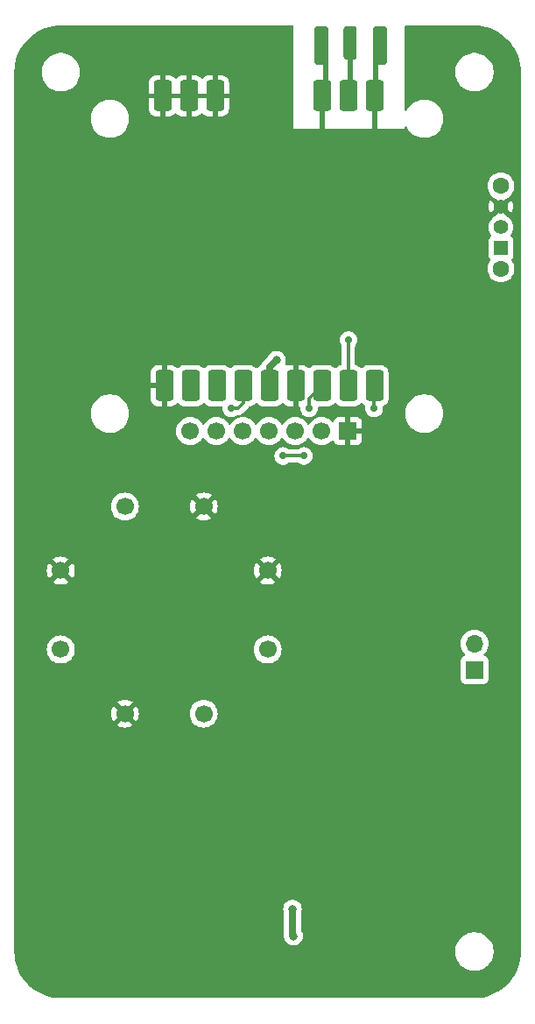
<source format=gbr>
%TF.GenerationSoftware,KiCad,Pcbnew,8.0.5*%
%TF.CreationDate,2024-11-21T22:32:41+00:00*%
%TF.ProjectId,spectrum-analyser,73706563-7472-4756-9d2d-616e616c7973,rev?*%
%TF.SameCoordinates,Original*%
%TF.FileFunction,Copper,L2,Bot*%
%TF.FilePolarity,Positive*%
%FSLAX46Y46*%
G04 Gerber Fmt 4.6, Leading zero omitted, Abs format (unit mm)*
G04 Created by KiCad (PCBNEW 8.0.5) date 2024-11-21 22:32:41*
%MOMM*%
%LPD*%
G01*
G04 APERTURE LIST*
G04 Aperture macros list*
%AMRoundRect*
0 Rectangle with rounded corners*
0 $1 Rounding radius*
0 $2 $3 $4 $5 $6 $7 $8 $9 X,Y pos of 4 corners*
0 Add a 4 corners polygon primitive as box body*
4,1,4,$2,$3,$4,$5,$6,$7,$8,$9,$2,$3,0*
0 Add four circle primitives for the rounded corners*
1,1,$1+$1,$2,$3*
1,1,$1+$1,$4,$5*
1,1,$1+$1,$6,$7*
1,1,$1+$1,$8,$9*
0 Add four rect primitives between the rounded corners*
20,1,$1+$1,$2,$3,$4,$5,0*
20,1,$1+$1,$4,$5,$6,$7,0*
20,1,$1+$1,$6,$7,$8,$9,0*
20,1,$1+$1,$8,$9,$2,$3,0*%
G04 Aperture macros list end*
%TA.AperFunction,ComponentPad*%
%ADD10C,1.700000*%
%TD*%
%TA.AperFunction,ComponentPad*%
%ADD11C,2.000000*%
%TD*%
%TA.AperFunction,ComponentPad*%
%ADD12R,1.700000X1.700000*%
%TD*%
%TA.AperFunction,ComponentPad*%
%ADD13C,1.400000*%
%TD*%
%TA.AperFunction,ComponentPad*%
%ADD14R,1.400000X1.400000*%
%TD*%
%TA.AperFunction,ComponentPad*%
%ADD15C,1.600000*%
%TD*%
%TA.AperFunction,ComponentPad*%
%ADD16O,1.700000X1.700000*%
%TD*%
%TA.AperFunction,SMDPad,CuDef*%
%ADD17RoundRect,0.283333X0.566667X1.216667X-0.566667X1.216667X-0.566667X-1.216667X0.566667X-1.216667X0*%
%TD*%
%TA.AperFunction,SMDPad,CuDef*%
%ADD18RoundRect,0.250000X-0.385000X-1.350000X0.385000X-1.350000X0.385000X1.350000X-0.385000X1.350000X0*%
%TD*%
%TA.AperFunction,SMDPad,CuDef*%
%ADD19RoundRect,0.250000X-0.425000X-1.600000X0.425000X-1.600000X0.425000X1.600000X-0.425000X1.600000X0*%
%TD*%
%TA.AperFunction,ViaPad*%
%ADD20C,0.800000*%
%TD*%
%TA.AperFunction,ViaPad*%
%ADD21C,0.700000*%
%TD*%
%TA.AperFunction,Conductor*%
%ADD22C,0.500000*%
%TD*%
%TA.AperFunction,Conductor*%
%ADD23C,0.700000*%
%TD*%
%TA.AperFunction,Conductor*%
%ADD24C,0.300000*%
%TD*%
G04 APERTURE END LIST*
D10*
%TO.P,SW5,1,1*%
%TO.N,BTN_DOWN*%
X113810000Y-127000000D03*
%TO.P,SW5,2,2*%
%TO.N,GND*%
X106190000Y-127000000D03*
%TD*%
D11*
%TO.P,TP5,1,1*%
%TO.N,GND*%
X142500000Y-144000000D03*
%TD*%
D10*
%TO.P,SW3,1,1*%
%TO.N,BTN_RIGHT*%
X120000000Y-120810000D03*
%TO.P,SW3,2,2*%
%TO.N,GND*%
X120000000Y-113190000D03*
%TD*%
%TO.P,U1,7,CS*%
%TO.N,DISPLAY_CS*%
X112510000Y-99700000D03*
%TO.P,U1,6,DC*%
%TO.N,DISPLAY_DC*%
X115050000Y-99700000D03*
%TO.P,U1,5,RES*%
%TO.N,DISPLAY_RST*%
X117590000Y-99700000D03*
%TO.P,U1,4,SDA*%
%TO.N,SPI_MOSI*%
X120130000Y-99700000D03*
%TO.P,U1,3,SCK*%
%TO.N,SPI_CLK*%
X122670000Y-99700000D03*
%TO.P,U1,2,VDD*%
%TO.N,+VSW*%
X125210000Y-99700000D03*
D12*
%TO.P,U1,1,GND*%
%TO.N,GND*%
X127750000Y-99700000D03*
%TD*%
D13*
%TO.P,SW1,3,C*%
%TO.N,GND*%
X142550000Y-78000000D03*
%TO.P,SW1,2,B*%
%TO.N,/PWR_SW*%
X142550000Y-80000000D03*
D14*
%TO.P,SW1,1,A*%
%TO.N,unconnected-(SW1-A-Pad1)*%
X142550000Y-82000000D03*
D15*
%TO.P,SW1,*%
%TO.N,*%
X142550000Y-76000000D03*
X142550000Y-84000000D03*
%TD*%
D12*
%TO.P,J2,1,Pin_1*%
%TO.N,/Battery management/BAT_CONN_POS*%
X140000000Y-122775000D03*
D16*
%TO.P,J2,2,Pin_2*%
%TO.N,-BATT*%
X140000000Y-120235000D03*
%TD*%
D10*
%TO.P,SW4,1,1*%
%TO.N,BTN_LEFT*%
X100000000Y-120810000D03*
%TO.P,SW4,2,2*%
%TO.N,GND*%
X100000000Y-113190000D03*
%TD*%
%TO.P,SW2,1,1*%
%TO.N,BTN_UP*%
X106190000Y-107000000D03*
%TO.P,SW2,2,2*%
%TO.N,GND*%
X113810000Y-107000000D03*
%TD*%
D17*
%TO.P,U4,1,DATA*%
%TO.N,SPI_MOSI*%
X130330000Y-95300000D03*
%TO.P,U4,2,LE*%
%TO.N,RX_CS*%
X127780000Y-95300000D03*
%TO.P,U4,3,CLK*%
%TO.N,SPI_CLK*%
X125240000Y-95300000D03*
%TO.P,U4,4,GND*%
%TO.N,GND*%
X122700000Y-95300000D03*
%TO.P,U4,5,+5V*%
%TO.N,+VSW*%
X120160000Y-95300000D03*
%TO.P,U4,6,RSSI*%
%TO.N,RSSI*%
X117620000Y-95300000D03*
%TO.P,U4,7,A_6.5M*%
%TO.N,unconnected-(U4-A_6.5M-Pad7)*%
X115080000Y-95300000D03*
%TO.P,U4,8,VIDEO*%
%TO.N,unconnected-(U4-VIDEO-Pad8)*%
X112540000Y-95300000D03*
%TO.P,U4,9,GND*%
%TO.N,GND*%
X110000000Y-95300000D03*
%TO.P,U4,10,GND*%
X109830000Y-67300000D03*
%TO.P,U4,11,GND*%
X112370000Y-67300000D03*
%TO.P,U4,12,GND*%
X114910000Y-67300000D03*
%TO.P,U4,13,GND*%
X125250000Y-67300000D03*
%TO.P,U4,14,ANT*%
%TO.N,Net-(J1-In)*%
X127790000Y-67300000D03*
%TO.P,U4,15,GND*%
%TO.N,GND*%
X130330000Y-67300000D03*
%TD*%
D18*
%TO.P,J1,1,In*%
%TO.N,Net-(J1-In)*%
X128000000Y-62162500D03*
D19*
%TO.P,J1,2,Ext*%
%TO.N,GND*%
X125175000Y-62412500D03*
X130825000Y-62412500D03*
%TD*%
D20*
%TO.N,GND*%
X127500000Y-111500000D03*
D21*
X136037500Y-126900000D03*
X128000000Y-122950000D03*
D20*
X129500000Y-144500000D03*
X128500000Y-111500000D03*
X116000000Y-148500000D03*
D21*
X136200000Y-143950000D03*
X128000000Y-121950000D03*
X129000000Y-116900000D03*
X132600000Y-117100000D03*
D20*
X116000000Y-150500000D03*
D21*
X136000000Y-125000000D03*
D20*
X123000000Y-139000000D03*
X139000000Y-117500000D03*
X140000000Y-117500000D03*
X128500000Y-144500000D03*
X129500000Y-111500000D03*
D21*
X136000000Y-126000000D03*
D20*
X116000000Y-149500000D03*
X141000000Y-117500000D03*
%TO.N,+VSW*%
X120850000Y-92850000D03*
%TO.N,VUSB*%
X122500000Y-148500000D03*
X122395000Y-145895000D03*
D21*
%TO.N,SPI_CLK*%
X124000000Y-97500000D03*
%TO.N,SPI_MOSI*%
X121500000Y-102100000D03*
X123500000Y-102100000D03*
X130300000Y-97500000D03*
%TO.N,RSSI*%
X116500000Y-97500000D03*
%TO.N,RX_CS*%
X127800000Y-90900000D03*
%TD*%
D22*
%TO.N,GND*%
X130400000Y-67430000D02*
X130400000Y-62837500D01*
X130400000Y-62837500D02*
X130825000Y-62412500D01*
X130330000Y-67500000D02*
X130400000Y-67430000D01*
X125250000Y-71250000D02*
X125500000Y-71500000D01*
X125600000Y-67150000D02*
X125600000Y-62837500D01*
X130330000Y-67300000D02*
X130330000Y-70670000D01*
X125250000Y-67500000D02*
X125600000Y-67150000D01*
X125250000Y-67300000D02*
X125250000Y-71250000D01*
X125600000Y-62837500D02*
X125175000Y-62412500D01*
X130330000Y-70670000D02*
X130000000Y-71000000D01*
D23*
%TO.N,+VSW*%
X120850000Y-92850000D02*
X120160000Y-93540000D01*
X120160000Y-93540000D02*
X120160000Y-95500000D01*
%TO.N,VUSB*%
X122395000Y-145895000D02*
X122395000Y-148395000D01*
X122395000Y-148395000D02*
X122500000Y-148500000D01*
D22*
%TO.N,Net-(J1-In)*%
X128000000Y-67290000D02*
X128000000Y-62162500D01*
X127790000Y-67500000D02*
X128000000Y-67290000D01*
D24*
%TO.N,SPI_CLK*%
X124000000Y-96540000D02*
X125240000Y-95300000D01*
X124000000Y-97500000D02*
X124000000Y-96540000D01*
%TO.N,SPI_MOSI*%
X130300000Y-97500000D02*
X130300000Y-95330000D01*
X130300000Y-95330000D02*
X130330000Y-95300000D01*
X121500000Y-102100000D02*
X123500000Y-102100000D01*
%TO.N,RSSI*%
X116500000Y-97500000D02*
X117119999Y-97500000D01*
X117620000Y-96999999D02*
X117620000Y-95500000D01*
X117119999Y-97500000D02*
X117620000Y-96999999D01*
%TO.N,RX_CS*%
X127780000Y-95300000D02*
X127780000Y-90920000D01*
X127780000Y-90920000D02*
X127800000Y-90900000D01*
%TD*%
%TA.AperFunction,Conductor*%
%TO.N,GND*%
G36*
X122443039Y-60520185D02*
G01*
X122488794Y-60572989D01*
X122500000Y-60624500D01*
X122500000Y-70500000D01*
X133250000Y-70500000D01*
X133250000Y-70371885D01*
X133269685Y-70304846D01*
X133322489Y-70259091D01*
X133391647Y-70249147D01*
X133455203Y-70278172D01*
X133485211Y-70317039D01*
X133486773Y-70320205D01*
X133486776Y-70320212D01*
X133608064Y-70530289D01*
X133608066Y-70530292D01*
X133608067Y-70530293D01*
X133755733Y-70722736D01*
X133755739Y-70722743D01*
X133927256Y-70894260D01*
X133927262Y-70894265D01*
X134119711Y-71041936D01*
X134329788Y-71163224D01*
X134553900Y-71256054D01*
X134788211Y-71318838D01*
X134968586Y-71342584D01*
X135028711Y-71350500D01*
X135028712Y-71350500D01*
X135271289Y-71350500D01*
X135319388Y-71344167D01*
X135511789Y-71318838D01*
X135746100Y-71256054D01*
X135970212Y-71163224D01*
X136180289Y-71041936D01*
X136372738Y-70894265D01*
X136544265Y-70722738D01*
X136691936Y-70530289D01*
X136813224Y-70320212D01*
X136906054Y-70096100D01*
X136968838Y-69861789D01*
X137000500Y-69621288D01*
X137000500Y-69378712D01*
X136968838Y-69138211D01*
X136906054Y-68903900D01*
X136813224Y-68679788D01*
X136691936Y-68469711D01*
X136544265Y-68277262D01*
X136544260Y-68277256D01*
X136372743Y-68105739D01*
X136372736Y-68105733D01*
X136180293Y-67958067D01*
X136180292Y-67958066D01*
X136180289Y-67958064D01*
X135970212Y-67836776D01*
X135970205Y-67836773D01*
X135746104Y-67743947D01*
X135511785Y-67681161D01*
X135271289Y-67649500D01*
X135271288Y-67649500D01*
X135028712Y-67649500D01*
X135028711Y-67649500D01*
X134788214Y-67681161D01*
X134553895Y-67743947D01*
X134329794Y-67836773D01*
X134329785Y-67836777D01*
X134119706Y-67958067D01*
X133927263Y-68105733D01*
X133927256Y-68105739D01*
X133755739Y-68277256D01*
X133755733Y-68277263D01*
X133608067Y-68469706D01*
X133486776Y-68679787D01*
X133485208Y-68682967D01*
X133437898Y-68734383D01*
X133370302Y-68752059D01*
X133303879Y-68730384D01*
X133259719Y-68676238D01*
X133250000Y-68628114D01*
X133250000Y-64878711D01*
X138149500Y-64878711D01*
X138149500Y-65121288D01*
X138181161Y-65361785D01*
X138243947Y-65596104D01*
X138304092Y-65741306D01*
X138336776Y-65820212D01*
X138458064Y-66030289D01*
X138458066Y-66030292D01*
X138458067Y-66030293D01*
X138605733Y-66222736D01*
X138605739Y-66222743D01*
X138777256Y-66394260D01*
X138777262Y-66394265D01*
X138969711Y-66541936D01*
X139179788Y-66663224D01*
X139403900Y-66756054D01*
X139638211Y-66818838D01*
X139818586Y-66842584D01*
X139878711Y-66850500D01*
X139878712Y-66850500D01*
X140121289Y-66850500D01*
X140169388Y-66844167D01*
X140361789Y-66818838D01*
X140596100Y-66756054D01*
X140820212Y-66663224D01*
X141030289Y-66541936D01*
X141222738Y-66394265D01*
X141394265Y-66222738D01*
X141541936Y-66030289D01*
X141663224Y-65820212D01*
X141756054Y-65596100D01*
X141818838Y-65361789D01*
X141850500Y-65121288D01*
X141850500Y-64878712D01*
X141818838Y-64638211D01*
X141756054Y-64403900D01*
X141663224Y-64179788D01*
X141541936Y-63969711D01*
X141394265Y-63777262D01*
X141394260Y-63777256D01*
X141222743Y-63605739D01*
X141222736Y-63605733D01*
X141030293Y-63458067D01*
X141030292Y-63458066D01*
X141030289Y-63458064D01*
X140820212Y-63336776D01*
X140820205Y-63336773D01*
X140596104Y-63243947D01*
X140361785Y-63181161D01*
X140121289Y-63149500D01*
X140121288Y-63149500D01*
X139878712Y-63149500D01*
X139878711Y-63149500D01*
X139638214Y-63181161D01*
X139403895Y-63243947D01*
X139179794Y-63336773D01*
X139179785Y-63336777D01*
X138969706Y-63458067D01*
X138777263Y-63605733D01*
X138777256Y-63605739D01*
X138605739Y-63777256D01*
X138605733Y-63777263D01*
X138458067Y-63969706D01*
X138336777Y-64179785D01*
X138336773Y-64179794D01*
X138243947Y-64403895D01*
X138181161Y-64638214D01*
X138149500Y-64878711D01*
X133250000Y-64878711D01*
X133250000Y-60624500D01*
X133269685Y-60557461D01*
X133322489Y-60511706D01*
X133374000Y-60500500D01*
X139998073Y-60500500D01*
X140003481Y-60500618D01*
X140015500Y-60501142D01*
X140386772Y-60517352D01*
X140397509Y-60518292D01*
X140775969Y-60568117D01*
X140786607Y-60569992D01*
X141159288Y-60652614D01*
X141169728Y-60655412D01*
X141533775Y-60770195D01*
X141543922Y-60773888D01*
X141896592Y-60919969D01*
X141906384Y-60924535D01*
X142244982Y-61100798D01*
X142254322Y-61106191D01*
X142554961Y-61297719D01*
X142576256Y-61311286D01*
X142585117Y-61317490D01*
X142887952Y-61549863D01*
X142896239Y-61556817D01*
X143177659Y-61814691D01*
X143185308Y-61822340D01*
X143443182Y-62103760D01*
X143450136Y-62112047D01*
X143682509Y-62414882D01*
X143688713Y-62423743D01*
X143893800Y-62745663D01*
X143899205Y-62755025D01*
X144017786Y-62982816D01*
X144075461Y-63093609D01*
X144080033Y-63103413D01*
X144226107Y-63456067D01*
X144229807Y-63466233D01*
X144344586Y-63830267D01*
X144347386Y-63840715D01*
X144430005Y-64213384D01*
X144431883Y-64224038D01*
X144481705Y-64602470D01*
X144482648Y-64613246D01*
X144499382Y-64996518D01*
X144499500Y-65001927D01*
X144499500Y-149997293D01*
X144499382Y-150002702D01*
X144482614Y-150386750D01*
X144481671Y-150397526D01*
X144431849Y-150775957D01*
X144429971Y-150786610D01*
X144347354Y-151159272D01*
X144344554Y-151169721D01*
X144229775Y-151533755D01*
X144226075Y-151543921D01*
X144080002Y-151896572D01*
X144075430Y-151906376D01*
X143899183Y-152244942D01*
X143893775Y-152254310D01*
X143688681Y-152576244D01*
X143682476Y-152585105D01*
X143450110Y-152887930D01*
X143443156Y-152896217D01*
X143185284Y-153177635D01*
X143177635Y-153185284D01*
X142896217Y-153443156D01*
X142887930Y-153450110D01*
X142585105Y-153682476D01*
X142576244Y-153688681D01*
X142254310Y-153893775D01*
X142244942Y-153899183D01*
X141906376Y-154075430D01*
X141896572Y-154080002D01*
X141543921Y-154226075D01*
X141533755Y-154229775D01*
X141169721Y-154344554D01*
X141159272Y-154347354D01*
X140786610Y-154429971D01*
X140775957Y-154431849D01*
X140397526Y-154481671D01*
X140386750Y-154482614D01*
X140002703Y-154499382D01*
X139997294Y-154499500D01*
X100002706Y-154499500D01*
X99997297Y-154499382D01*
X99613249Y-154482614D01*
X99602473Y-154481671D01*
X99224042Y-154431849D01*
X99213389Y-154429971D01*
X98840727Y-154347354D01*
X98830278Y-154344554D01*
X98466244Y-154229775D01*
X98456078Y-154226075D01*
X98103427Y-154080002D01*
X98093623Y-154075430D01*
X97755057Y-153899183D01*
X97745689Y-153893775D01*
X97423755Y-153688681D01*
X97414894Y-153682476D01*
X97112069Y-153450110D01*
X97103782Y-153443156D01*
X96822364Y-153185284D01*
X96814715Y-153177635D01*
X96556843Y-152896217D01*
X96549889Y-152887930D01*
X96317523Y-152585105D01*
X96311318Y-152576244D01*
X96106224Y-152254310D01*
X96100816Y-152244942D01*
X95924569Y-151906376D01*
X95919997Y-151896572D01*
X95773920Y-151543911D01*
X95770224Y-151533755D01*
X95655442Y-151169710D01*
X95652648Y-151159284D01*
X95570025Y-150786597D01*
X95568152Y-150775971D01*
X95518326Y-150397506D01*
X95517386Y-150386771D01*
X95500618Y-150002702D01*
X95500500Y-149997293D01*
X95500500Y-149878711D01*
X138149500Y-149878711D01*
X138149500Y-150121288D01*
X138181161Y-150361785D01*
X138243947Y-150596104D01*
X138336773Y-150820205D01*
X138336776Y-150820212D01*
X138458064Y-151030289D01*
X138458066Y-151030292D01*
X138458067Y-151030293D01*
X138605733Y-151222736D01*
X138605739Y-151222743D01*
X138777256Y-151394260D01*
X138777262Y-151394265D01*
X138969711Y-151541936D01*
X139179788Y-151663224D01*
X139403900Y-151756054D01*
X139638211Y-151818838D01*
X139818586Y-151842584D01*
X139878711Y-151850500D01*
X139878712Y-151850500D01*
X140121289Y-151850500D01*
X140169388Y-151844167D01*
X140361789Y-151818838D01*
X140596100Y-151756054D01*
X140820212Y-151663224D01*
X141030289Y-151541936D01*
X141222738Y-151394265D01*
X141394265Y-151222738D01*
X141541936Y-151030289D01*
X141663224Y-150820212D01*
X141756054Y-150596100D01*
X141818838Y-150361789D01*
X141850500Y-150121288D01*
X141850500Y-149878712D01*
X141818838Y-149638211D01*
X141756054Y-149403900D01*
X141663224Y-149179788D01*
X141541936Y-148969711D01*
X141464109Y-148868285D01*
X141394266Y-148777263D01*
X141394260Y-148777256D01*
X141222743Y-148605739D01*
X141222736Y-148605733D01*
X141030293Y-148458067D01*
X141030292Y-148458066D01*
X141030289Y-148458064D01*
X140820212Y-148336776D01*
X140820205Y-148336773D01*
X140596104Y-148243947D01*
X140361785Y-148181161D01*
X140121289Y-148149500D01*
X140121288Y-148149500D01*
X139878712Y-148149500D01*
X139878711Y-148149500D01*
X139638214Y-148181161D01*
X139403895Y-148243947D01*
X139179794Y-148336773D01*
X139179785Y-148336777D01*
X138969706Y-148458067D01*
X138777263Y-148605733D01*
X138777256Y-148605739D01*
X138605739Y-148777256D01*
X138605733Y-148777263D01*
X138458067Y-148969706D01*
X138336777Y-149179785D01*
X138336773Y-149179794D01*
X138243947Y-149403895D01*
X138181161Y-149638214D01*
X138149500Y-149878711D01*
X95500500Y-149878711D01*
X95500500Y-145895000D01*
X121489540Y-145895000D01*
X121509326Y-146083256D01*
X121509327Y-146083259D01*
X121538431Y-146172831D01*
X121544500Y-146211149D01*
X121544500Y-148478771D01*
X121565385Y-148583766D01*
X121577182Y-148643073D01*
X121577185Y-148643085D01*
X121641292Y-148797855D01*
X121641294Y-148797859D01*
X121641296Y-148797863D01*
X121641299Y-148797867D01*
X121648594Y-148808786D01*
X121663418Y-148839350D01*
X121672818Y-148868277D01*
X121672821Y-148868285D01*
X121731377Y-148969706D01*
X121767467Y-149032216D01*
X121894129Y-149172888D01*
X122047265Y-149284148D01*
X122047270Y-149284151D01*
X122220192Y-149361142D01*
X122220197Y-149361144D01*
X122405354Y-149400500D01*
X122405355Y-149400500D01*
X122594644Y-149400500D01*
X122594646Y-149400500D01*
X122779803Y-149361144D01*
X122952730Y-149284151D01*
X123105871Y-149172888D01*
X123232533Y-149032216D01*
X123327179Y-148868284D01*
X123385674Y-148688256D01*
X123405460Y-148500000D01*
X123385674Y-148311744D01*
X123327179Y-148131716D01*
X123262113Y-148019017D01*
X123245500Y-147957017D01*
X123245500Y-146211149D01*
X123251569Y-146172831D01*
X123253407Y-146167171D01*
X123280674Y-146083256D01*
X123300460Y-145895000D01*
X123280674Y-145706744D01*
X123222179Y-145526716D01*
X123127533Y-145362784D01*
X123000871Y-145222112D01*
X123000870Y-145222111D01*
X122847734Y-145110851D01*
X122847729Y-145110848D01*
X122674807Y-145033857D01*
X122674802Y-145033855D01*
X122529001Y-145002865D01*
X122489646Y-144994500D01*
X122300354Y-144994500D01*
X122267897Y-145001398D01*
X122115197Y-145033855D01*
X122115192Y-145033857D01*
X121942270Y-145110848D01*
X121942265Y-145110851D01*
X121789129Y-145222111D01*
X121662466Y-145362785D01*
X121567821Y-145526715D01*
X121567818Y-145526722D01*
X121509327Y-145706740D01*
X121509326Y-145706744D01*
X121489540Y-145895000D01*
X95500500Y-145895000D01*
X95500500Y-126999998D01*
X104834843Y-126999998D01*
X104834843Y-127000001D01*
X104855430Y-127235315D01*
X104855432Y-127235326D01*
X104916566Y-127463483D01*
X104916570Y-127463492D01*
X105016400Y-127677579D01*
X105016402Y-127677583D01*
X105075072Y-127761373D01*
X105075073Y-127761373D01*
X105707037Y-127129409D01*
X105724075Y-127192993D01*
X105789901Y-127307007D01*
X105882993Y-127400099D01*
X105997007Y-127465925D01*
X106060590Y-127482962D01*
X105428625Y-128114925D01*
X105512421Y-128173599D01*
X105726507Y-128273429D01*
X105726516Y-128273433D01*
X105954673Y-128334567D01*
X105954684Y-128334569D01*
X106189998Y-128355157D01*
X106190002Y-128355157D01*
X106425315Y-128334569D01*
X106425326Y-128334567D01*
X106653483Y-128273433D01*
X106653492Y-128273429D01*
X106867578Y-128173600D01*
X106867582Y-128173598D01*
X106951373Y-128114926D01*
X106951373Y-128114925D01*
X106319409Y-127482962D01*
X106382993Y-127465925D01*
X106497007Y-127400099D01*
X106590099Y-127307007D01*
X106655925Y-127192993D01*
X106672962Y-127129410D01*
X107304925Y-127761373D01*
X107304926Y-127761373D01*
X107363598Y-127677582D01*
X107363600Y-127677578D01*
X107463429Y-127463492D01*
X107463433Y-127463483D01*
X107524567Y-127235326D01*
X107524569Y-127235315D01*
X107545157Y-127000001D01*
X107545157Y-126999999D01*
X112454341Y-126999999D01*
X112454341Y-127000000D01*
X112474936Y-127235403D01*
X112474938Y-127235413D01*
X112536094Y-127463655D01*
X112536096Y-127463659D01*
X112536097Y-127463663D01*
X112635847Y-127677578D01*
X112635965Y-127677830D01*
X112635967Y-127677834D01*
X112694462Y-127761373D01*
X112771505Y-127871401D01*
X112938599Y-128038495D01*
X113035384Y-128106265D01*
X113132165Y-128174032D01*
X113132167Y-128174033D01*
X113132170Y-128174035D01*
X113346337Y-128273903D01*
X113574592Y-128335063D01*
X113762918Y-128351539D01*
X113809999Y-128355659D01*
X113810000Y-128355659D01*
X113810001Y-128355659D01*
X113849234Y-128352226D01*
X114045408Y-128335063D01*
X114273663Y-128273903D01*
X114487830Y-128174035D01*
X114681401Y-128038495D01*
X114848495Y-127871401D01*
X114984035Y-127677830D01*
X115083903Y-127463663D01*
X115145063Y-127235408D01*
X115165659Y-127000000D01*
X115145063Y-126764592D01*
X115083903Y-126536337D01*
X114984035Y-126322171D01*
X114925537Y-126238626D01*
X114848494Y-126128597D01*
X114681402Y-125961506D01*
X114681395Y-125961501D01*
X114487834Y-125825967D01*
X114487830Y-125825965D01*
X114487828Y-125825964D01*
X114273663Y-125726097D01*
X114273659Y-125726096D01*
X114273655Y-125726094D01*
X114045413Y-125664938D01*
X114045403Y-125664936D01*
X113810001Y-125644341D01*
X113809999Y-125644341D01*
X113574596Y-125664936D01*
X113574586Y-125664938D01*
X113346344Y-125726094D01*
X113346335Y-125726098D01*
X113132171Y-125825964D01*
X113132169Y-125825965D01*
X112938597Y-125961505D01*
X112771505Y-126128597D01*
X112635965Y-126322169D01*
X112635964Y-126322171D01*
X112536098Y-126536335D01*
X112536094Y-126536344D01*
X112474938Y-126764586D01*
X112474936Y-126764596D01*
X112454341Y-126999999D01*
X107545157Y-126999999D01*
X107545157Y-126999998D01*
X107524569Y-126764684D01*
X107524567Y-126764673D01*
X107463433Y-126536516D01*
X107463429Y-126536507D01*
X107363600Y-126322423D01*
X107363599Y-126322421D01*
X107304925Y-126238626D01*
X107304925Y-126238625D01*
X106672962Y-126870589D01*
X106655925Y-126807007D01*
X106590099Y-126692993D01*
X106497007Y-126599901D01*
X106382993Y-126534075D01*
X106319410Y-126517037D01*
X106951373Y-125885073D01*
X106951373Y-125885072D01*
X106867583Y-125826402D01*
X106867579Y-125826400D01*
X106653492Y-125726570D01*
X106653483Y-125726566D01*
X106425326Y-125665432D01*
X106425315Y-125665430D01*
X106190002Y-125644843D01*
X106189998Y-125644843D01*
X105954684Y-125665430D01*
X105954673Y-125665432D01*
X105726516Y-125726566D01*
X105726507Y-125726570D01*
X105512419Y-125826401D01*
X105428625Y-125885072D01*
X106060590Y-126517037D01*
X105997007Y-126534075D01*
X105882993Y-126599901D01*
X105789901Y-126692993D01*
X105724075Y-126807007D01*
X105707037Y-126870590D01*
X105075072Y-126238625D01*
X105016401Y-126322419D01*
X104916570Y-126536507D01*
X104916566Y-126536516D01*
X104855432Y-126764673D01*
X104855430Y-126764684D01*
X104834843Y-126999998D01*
X95500500Y-126999998D01*
X95500500Y-120809999D01*
X98644341Y-120809999D01*
X98644341Y-120810000D01*
X98664936Y-121045403D01*
X98664938Y-121045413D01*
X98726094Y-121273655D01*
X98726096Y-121273659D01*
X98726097Y-121273663D01*
X98796434Y-121424500D01*
X98825965Y-121487830D01*
X98825967Y-121487834D01*
X98881717Y-121567452D01*
X98961505Y-121681401D01*
X99128599Y-121848495D01*
X99225384Y-121916265D01*
X99322165Y-121984032D01*
X99322167Y-121984033D01*
X99322170Y-121984035D01*
X99536337Y-122083903D01*
X99764592Y-122145063D01*
X99952918Y-122161539D01*
X99999999Y-122165659D01*
X100000000Y-122165659D01*
X100000001Y-122165659D01*
X100039234Y-122162226D01*
X100235408Y-122145063D01*
X100463663Y-122083903D01*
X100677830Y-121984035D01*
X100871401Y-121848495D01*
X101038495Y-121681401D01*
X101174035Y-121487830D01*
X101273903Y-121273663D01*
X101335063Y-121045408D01*
X101355659Y-120810000D01*
X101355659Y-120809999D01*
X118644341Y-120809999D01*
X118644341Y-120810000D01*
X118664936Y-121045403D01*
X118664938Y-121045413D01*
X118726094Y-121273655D01*
X118726096Y-121273659D01*
X118726097Y-121273663D01*
X118796434Y-121424500D01*
X118825965Y-121487830D01*
X118825967Y-121487834D01*
X118881717Y-121567452D01*
X118961505Y-121681401D01*
X119128599Y-121848495D01*
X119225384Y-121916265D01*
X119322165Y-121984032D01*
X119322167Y-121984033D01*
X119322170Y-121984035D01*
X119536337Y-122083903D01*
X119764592Y-122145063D01*
X119952918Y-122161539D01*
X119999999Y-122165659D01*
X120000000Y-122165659D01*
X120000001Y-122165659D01*
X120039234Y-122162226D01*
X120235408Y-122145063D01*
X120463663Y-122083903D01*
X120677830Y-121984035D01*
X120871401Y-121848495D01*
X121038495Y-121681401D01*
X121174035Y-121487830D01*
X121273903Y-121273663D01*
X121335063Y-121045408D01*
X121355659Y-120810000D01*
X121335063Y-120574592D01*
X121273903Y-120346337D01*
X121221985Y-120234999D01*
X138644341Y-120234999D01*
X138644341Y-120235000D01*
X138664936Y-120470403D01*
X138664938Y-120470413D01*
X138726094Y-120698655D01*
X138726096Y-120698659D01*
X138726097Y-120698663D01*
X138825965Y-120912830D01*
X138825967Y-120912834D01*
X138918794Y-121045403D01*
X138961501Y-121106396D01*
X138961506Y-121106402D01*
X139083430Y-121228326D01*
X139116915Y-121289649D01*
X139111931Y-121359341D01*
X139070059Y-121415274D01*
X139039083Y-121432189D01*
X138907669Y-121481203D01*
X138907664Y-121481206D01*
X138792455Y-121567452D01*
X138792452Y-121567455D01*
X138706206Y-121682664D01*
X138706202Y-121682671D01*
X138655908Y-121817517D01*
X138649501Y-121877116D01*
X138649501Y-121877123D01*
X138649500Y-121877135D01*
X138649500Y-123672870D01*
X138649501Y-123672876D01*
X138655908Y-123732483D01*
X138706202Y-123867328D01*
X138706206Y-123867335D01*
X138792452Y-123982544D01*
X138792455Y-123982547D01*
X138907664Y-124068793D01*
X138907671Y-124068797D01*
X139042517Y-124119091D01*
X139042516Y-124119091D01*
X139049444Y-124119835D01*
X139102127Y-124125500D01*
X140897872Y-124125499D01*
X140957483Y-124119091D01*
X141092331Y-124068796D01*
X141207546Y-123982546D01*
X141293796Y-123867331D01*
X141344091Y-123732483D01*
X141350500Y-123672873D01*
X141350499Y-121877128D01*
X141344091Y-121817517D01*
X141293796Y-121682669D01*
X141293795Y-121682668D01*
X141293793Y-121682664D01*
X141207547Y-121567455D01*
X141207544Y-121567452D01*
X141092335Y-121481206D01*
X141092328Y-121481202D01*
X140960917Y-121432189D01*
X140904983Y-121390318D01*
X140880566Y-121324853D01*
X140895418Y-121256580D01*
X140916563Y-121228332D01*
X141038495Y-121106401D01*
X141174035Y-120912830D01*
X141273903Y-120698663D01*
X141335063Y-120470408D01*
X141355659Y-120235000D01*
X141335063Y-119999592D01*
X141273903Y-119771337D01*
X141174035Y-119557171D01*
X141116455Y-119474937D01*
X141038494Y-119363597D01*
X140871402Y-119196506D01*
X140871395Y-119196501D01*
X140677834Y-119060967D01*
X140677830Y-119060965D01*
X140677828Y-119060964D01*
X140463663Y-118961097D01*
X140463659Y-118961096D01*
X140463655Y-118961094D01*
X140235413Y-118899938D01*
X140235403Y-118899936D01*
X140000001Y-118879341D01*
X139999999Y-118879341D01*
X139764596Y-118899936D01*
X139764586Y-118899938D01*
X139536344Y-118961094D01*
X139536335Y-118961098D01*
X139322171Y-119060964D01*
X139322169Y-119060965D01*
X139128597Y-119196505D01*
X138961505Y-119363597D01*
X138825965Y-119557169D01*
X138825964Y-119557171D01*
X138726098Y-119771335D01*
X138726094Y-119771344D01*
X138664938Y-119999586D01*
X138664936Y-119999596D01*
X138644341Y-120234999D01*
X121221985Y-120234999D01*
X121174035Y-120132171D01*
X121081206Y-119999596D01*
X121038494Y-119938597D01*
X120871402Y-119771506D01*
X120871395Y-119771501D01*
X120677834Y-119635967D01*
X120677830Y-119635965D01*
X120677828Y-119635964D01*
X120463663Y-119536097D01*
X120463659Y-119536096D01*
X120463655Y-119536094D01*
X120235413Y-119474938D01*
X120235403Y-119474936D01*
X120000001Y-119454341D01*
X119999999Y-119454341D01*
X119764596Y-119474936D01*
X119764586Y-119474938D01*
X119536344Y-119536094D01*
X119536335Y-119536098D01*
X119322171Y-119635964D01*
X119322169Y-119635965D01*
X119128597Y-119771505D01*
X118961505Y-119938597D01*
X118825965Y-120132169D01*
X118825964Y-120132171D01*
X118726098Y-120346335D01*
X118726094Y-120346344D01*
X118664938Y-120574586D01*
X118664936Y-120574596D01*
X118644341Y-120809999D01*
X101355659Y-120809999D01*
X101335063Y-120574592D01*
X101273903Y-120346337D01*
X101174035Y-120132171D01*
X101081206Y-119999596D01*
X101038494Y-119938597D01*
X100871402Y-119771506D01*
X100871395Y-119771501D01*
X100677834Y-119635967D01*
X100677830Y-119635965D01*
X100677828Y-119635964D01*
X100463663Y-119536097D01*
X100463659Y-119536096D01*
X100463655Y-119536094D01*
X100235413Y-119474938D01*
X100235403Y-119474936D01*
X100000001Y-119454341D01*
X99999999Y-119454341D01*
X99764596Y-119474936D01*
X99764586Y-119474938D01*
X99536344Y-119536094D01*
X99536335Y-119536098D01*
X99322171Y-119635964D01*
X99322169Y-119635965D01*
X99128597Y-119771505D01*
X98961505Y-119938597D01*
X98825965Y-120132169D01*
X98825964Y-120132171D01*
X98726098Y-120346335D01*
X98726094Y-120346344D01*
X98664938Y-120574586D01*
X98664936Y-120574596D01*
X98644341Y-120809999D01*
X95500500Y-120809999D01*
X95500500Y-113189998D01*
X98644843Y-113189998D01*
X98644843Y-113190001D01*
X98665430Y-113425315D01*
X98665432Y-113425326D01*
X98726566Y-113653483D01*
X98726570Y-113653492D01*
X98826400Y-113867579D01*
X98826402Y-113867583D01*
X98885072Y-113951373D01*
X98885073Y-113951373D01*
X99517037Y-113319409D01*
X99534075Y-113382993D01*
X99599901Y-113497007D01*
X99692993Y-113590099D01*
X99807007Y-113655925D01*
X99870590Y-113672962D01*
X99238625Y-114304925D01*
X99322421Y-114363599D01*
X99536507Y-114463429D01*
X99536516Y-114463433D01*
X99764673Y-114524567D01*
X99764684Y-114524569D01*
X99999998Y-114545157D01*
X100000002Y-114545157D01*
X100235315Y-114524569D01*
X100235326Y-114524567D01*
X100463483Y-114463433D01*
X100463492Y-114463429D01*
X100677578Y-114363600D01*
X100677582Y-114363598D01*
X100761373Y-114304926D01*
X100761373Y-114304925D01*
X100129409Y-113672962D01*
X100192993Y-113655925D01*
X100307007Y-113590099D01*
X100400099Y-113497007D01*
X100465925Y-113382993D01*
X100482962Y-113319410D01*
X101114925Y-113951373D01*
X101114926Y-113951373D01*
X101173598Y-113867582D01*
X101173600Y-113867578D01*
X101273429Y-113653492D01*
X101273433Y-113653483D01*
X101334567Y-113425326D01*
X101334569Y-113425315D01*
X101355157Y-113190001D01*
X101355157Y-113189998D01*
X118644843Y-113189998D01*
X118644843Y-113190001D01*
X118665430Y-113425315D01*
X118665432Y-113425326D01*
X118726566Y-113653483D01*
X118726570Y-113653492D01*
X118826400Y-113867579D01*
X118826402Y-113867583D01*
X118885072Y-113951373D01*
X118885073Y-113951373D01*
X119517037Y-113319409D01*
X119534075Y-113382993D01*
X119599901Y-113497007D01*
X119692993Y-113590099D01*
X119807007Y-113655925D01*
X119870590Y-113672962D01*
X119238625Y-114304925D01*
X119322421Y-114363599D01*
X119536507Y-114463429D01*
X119536516Y-114463433D01*
X119764673Y-114524567D01*
X119764684Y-114524569D01*
X119999998Y-114545157D01*
X120000002Y-114545157D01*
X120235315Y-114524569D01*
X120235326Y-114524567D01*
X120463483Y-114463433D01*
X120463492Y-114463429D01*
X120677578Y-114363600D01*
X120677582Y-114363598D01*
X120761373Y-114304926D01*
X120761373Y-114304925D01*
X120129409Y-113672962D01*
X120192993Y-113655925D01*
X120307007Y-113590099D01*
X120400099Y-113497007D01*
X120465925Y-113382993D01*
X120482962Y-113319410D01*
X121114925Y-113951373D01*
X121114926Y-113951373D01*
X121173598Y-113867582D01*
X121173600Y-113867578D01*
X121273429Y-113653492D01*
X121273433Y-113653483D01*
X121334567Y-113425326D01*
X121334569Y-113425315D01*
X121355157Y-113190001D01*
X121355157Y-113189998D01*
X121334569Y-112954684D01*
X121334567Y-112954673D01*
X121273433Y-112726516D01*
X121273429Y-112726507D01*
X121173600Y-112512423D01*
X121173599Y-112512421D01*
X121114925Y-112428626D01*
X121114925Y-112428625D01*
X120482962Y-113060589D01*
X120465925Y-112997007D01*
X120400099Y-112882993D01*
X120307007Y-112789901D01*
X120192993Y-112724075D01*
X120129410Y-112707037D01*
X120761373Y-112075073D01*
X120761373Y-112075072D01*
X120677583Y-112016402D01*
X120677579Y-112016400D01*
X120463492Y-111916570D01*
X120463483Y-111916566D01*
X120235326Y-111855432D01*
X120235315Y-111855430D01*
X120000002Y-111834843D01*
X119999998Y-111834843D01*
X119764684Y-111855430D01*
X119764673Y-111855432D01*
X119536516Y-111916566D01*
X119536507Y-111916570D01*
X119322419Y-112016401D01*
X119238625Y-112075072D01*
X119870590Y-112707037D01*
X119807007Y-112724075D01*
X119692993Y-112789901D01*
X119599901Y-112882993D01*
X119534075Y-112997007D01*
X119517037Y-113060589D01*
X118885073Y-112428625D01*
X118885072Y-112428625D01*
X118826401Y-112512419D01*
X118726570Y-112726507D01*
X118726566Y-112726516D01*
X118665432Y-112954673D01*
X118665430Y-112954684D01*
X118644843Y-113189998D01*
X101355157Y-113189998D01*
X101334569Y-112954684D01*
X101334567Y-112954673D01*
X101273433Y-112726516D01*
X101273429Y-112726507D01*
X101173600Y-112512423D01*
X101173599Y-112512421D01*
X101114925Y-112428626D01*
X101114925Y-112428625D01*
X100482962Y-113060589D01*
X100465925Y-112997007D01*
X100400099Y-112882993D01*
X100307007Y-112789901D01*
X100192993Y-112724075D01*
X100129410Y-112707037D01*
X100761373Y-112075073D01*
X100761373Y-112075072D01*
X100677583Y-112016402D01*
X100677579Y-112016400D01*
X100463492Y-111916570D01*
X100463483Y-111916566D01*
X100235326Y-111855432D01*
X100235315Y-111855430D01*
X100000002Y-111834843D01*
X99999998Y-111834843D01*
X99764684Y-111855430D01*
X99764673Y-111855432D01*
X99536516Y-111916566D01*
X99536507Y-111916570D01*
X99322419Y-112016401D01*
X99238625Y-112075072D01*
X99870590Y-112707037D01*
X99807007Y-112724075D01*
X99692993Y-112789901D01*
X99599901Y-112882993D01*
X99534075Y-112997007D01*
X99517037Y-113060590D01*
X98885072Y-112428625D01*
X98826401Y-112512419D01*
X98726570Y-112726507D01*
X98726566Y-112726516D01*
X98665432Y-112954673D01*
X98665430Y-112954684D01*
X98644843Y-113189998D01*
X95500500Y-113189998D01*
X95500500Y-106999999D01*
X104834341Y-106999999D01*
X104834341Y-107000000D01*
X104854936Y-107235403D01*
X104854938Y-107235413D01*
X104916094Y-107463655D01*
X104916096Y-107463659D01*
X104916097Y-107463663D01*
X105015847Y-107677578D01*
X105015965Y-107677830D01*
X105015967Y-107677834D01*
X105074462Y-107761373D01*
X105151505Y-107871401D01*
X105318599Y-108038495D01*
X105415384Y-108106265D01*
X105512165Y-108174032D01*
X105512167Y-108174033D01*
X105512170Y-108174035D01*
X105726337Y-108273903D01*
X105954592Y-108335063D01*
X106142918Y-108351539D01*
X106189999Y-108355659D01*
X106190000Y-108355659D01*
X106190001Y-108355659D01*
X106229234Y-108352226D01*
X106425408Y-108335063D01*
X106653663Y-108273903D01*
X106867830Y-108174035D01*
X107061401Y-108038495D01*
X107228495Y-107871401D01*
X107364035Y-107677830D01*
X107463903Y-107463663D01*
X107525063Y-107235408D01*
X107545659Y-107000000D01*
X107545659Y-106999998D01*
X112454843Y-106999998D01*
X112454843Y-107000001D01*
X112475430Y-107235315D01*
X112475432Y-107235326D01*
X112536566Y-107463483D01*
X112536570Y-107463492D01*
X112636400Y-107677579D01*
X112636402Y-107677583D01*
X112695072Y-107761373D01*
X112695073Y-107761373D01*
X113327037Y-107129409D01*
X113344075Y-107192993D01*
X113409901Y-107307007D01*
X113502993Y-107400099D01*
X113617007Y-107465925D01*
X113680590Y-107482962D01*
X113048625Y-108114925D01*
X113132421Y-108173599D01*
X113346507Y-108273429D01*
X113346516Y-108273433D01*
X113574673Y-108334567D01*
X113574684Y-108334569D01*
X113809998Y-108355157D01*
X113810002Y-108355157D01*
X114045315Y-108334569D01*
X114045326Y-108334567D01*
X114273483Y-108273433D01*
X114273492Y-108273429D01*
X114487578Y-108173600D01*
X114487582Y-108173598D01*
X114571373Y-108114926D01*
X114571373Y-108114925D01*
X113939409Y-107482962D01*
X114002993Y-107465925D01*
X114117007Y-107400099D01*
X114210099Y-107307007D01*
X114275925Y-107192993D01*
X114292962Y-107129410D01*
X114924925Y-107761373D01*
X114924926Y-107761373D01*
X114983598Y-107677582D01*
X114983600Y-107677578D01*
X115083429Y-107463492D01*
X115083433Y-107463483D01*
X115144567Y-107235326D01*
X115144569Y-107235315D01*
X115165157Y-107000001D01*
X115165157Y-106999998D01*
X115144569Y-106764684D01*
X115144567Y-106764673D01*
X115083433Y-106536516D01*
X115083429Y-106536507D01*
X114983600Y-106322423D01*
X114983599Y-106322421D01*
X114924925Y-106238626D01*
X114924925Y-106238625D01*
X114292962Y-106870589D01*
X114275925Y-106807007D01*
X114210099Y-106692993D01*
X114117007Y-106599901D01*
X114002993Y-106534075D01*
X113939410Y-106517037D01*
X114571373Y-105885073D01*
X114571373Y-105885072D01*
X114487583Y-105826402D01*
X114487579Y-105826400D01*
X114273492Y-105726570D01*
X114273483Y-105726566D01*
X114045326Y-105665432D01*
X114045315Y-105665430D01*
X113810002Y-105644843D01*
X113809998Y-105644843D01*
X113574684Y-105665430D01*
X113574673Y-105665432D01*
X113346516Y-105726566D01*
X113346507Y-105726570D01*
X113132419Y-105826401D01*
X113048625Y-105885072D01*
X113680590Y-106517037D01*
X113617007Y-106534075D01*
X113502993Y-106599901D01*
X113409901Y-106692993D01*
X113344075Y-106807007D01*
X113327037Y-106870590D01*
X112695072Y-106238625D01*
X112636401Y-106322419D01*
X112536570Y-106536507D01*
X112536566Y-106536516D01*
X112475432Y-106764673D01*
X112475430Y-106764684D01*
X112454843Y-106999998D01*
X107545659Y-106999998D01*
X107525063Y-106764592D01*
X107463903Y-106536337D01*
X107364035Y-106322171D01*
X107305537Y-106238626D01*
X107228494Y-106128597D01*
X107061402Y-105961506D01*
X107061395Y-105961501D01*
X106867834Y-105825967D01*
X106867830Y-105825965D01*
X106867828Y-105825964D01*
X106653663Y-105726097D01*
X106653659Y-105726096D01*
X106653655Y-105726094D01*
X106425413Y-105664938D01*
X106425403Y-105664936D01*
X106190001Y-105644341D01*
X106189999Y-105644341D01*
X105954596Y-105664936D01*
X105954586Y-105664938D01*
X105726344Y-105726094D01*
X105726335Y-105726098D01*
X105512171Y-105825964D01*
X105512169Y-105825965D01*
X105318597Y-105961505D01*
X105151505Y-106128597D01*
X105015965Y-106322169D01*
X105015964Y-106322171D01*
X104916098Y-106536335D01*
X104916094Y-106536344D01*
X104854938Y-106764586D01*
X104854936Y-106764596D01*
X104834341Y-106999999D01*
X95500500Y-106999999D01*
X95500500Y-102100000D01*
X120644815Y-102100000D01*
X120663503Y-102277805D01*
X120663504Y-102277807D01*
X120718747Y-102447829D01*
X120718750Y-102447835D01*
X120808141Y-102602665D01*
X120849812Y-102648946D01*
X120927764Y-102735521D01*
X120927767Y-102735523D01*
X120927770Y-102735526D01*
X121072407Y-102840612D01*
X121235733Y-102913329D01*
X121410609Y-102950500D01*
X121410610Y-102950500D01*
X121589389Y-102950500D01*
X121589391Y-102950500D01*
X121764267Y-102913329D01*
X121927593Y-102840612D01*
X122019025Y-102774182D01*
X122084831Y-102750702D01*
X122091911Y-102750500D01*
X122908089Y-102750500D01*
X122975128Y-102770185D01*
X122980976Y-102774182D01*
X123072407Y-102840612D01*
X123235733Y-102913329D01*
X123410609Y-102950500D01*
X123410610Y-102950500D01*
X123589389Y-102950500D01*
X123589391Y-102950500D01*
X123764267Y-102913329D01*
X123927593Y-102840612D01*
X124072230Y-102735526D01*
X124191859Y-102602665D01*
X124281250Y-102447835D01*
X124336497Y-102277803D01*
X124355185Y-102100000D01*
X124336497Y-101922197D01*
X124281250Y-101752165D01*
X124191859Y-101597335D01*
X124145003Y-101545296D01*
X124072235Y-101464478D01*
X124072232Y-101464476D01*
X124072231Y-101464475D01*
X124072230Y-101464474D01*
X123927593Y-101359388D01*
X123764267Y-101286671D01*
X123764265Y-101286670D01*
X123636594Y-101259533D01*
X123589391Y-101249500D01*
X123410609Y-101249500D01*
X123379954Y-101256015D01*
X123235733Y-101286670D01*
X123235728Y-101286672D01*
X123072408Y-101359388D01*
X123072403Y-101359390D01*
X122980974Y-101425818D01*
X122915168Y-101449298D01*
X122908089Y-101449500D01*
X122091911Y-101449500D01*
X122024872Y-101429815D01*
X122019025Y-101425818D01*
X122003803Y-101414758D01*
X121927593Y-101359388D01*
X121764267Y-101286671D01*
X121764265Y-101286670D01*
X121636594Y-101259533D01*
X121589391Y-101249500D01*
X121410609Y-101249500D01*
X121379954Y-101256015D01*
X121235733Y-101286670D01*
X121235728Y-101286672D01*
X121072408Y-101359387D01*
X120927768Y-101464475D01*
X120808140Y-101597336D01*
X120718750Y-101752164D01*
X120718747Y-101752170D01*
X120663504Y-101922192D01*
X120663503Y-101922194D01*
X120644815Y-102100000D01*
X95500500Y-102100000D01*
X95500500Y-97878711D01*
X102899500Y-97878711D01*
X102899500Y-98121288D01*
X102931161Y-98361785D01*
X102993947Y-98596104D01*
X103080462Y-98804969D01*
X103086776Y-98820212D01*
X103208064Y-99030289D01*
X103208066Y-99030292D01*
X103208067Y-99030293D01*
X103355733Y-99222736D01*
X103355739Y-99222743D01*
X103527256Y-99394260D01*
X103527262Y-99394265D01*
X103719711Y-99541936D01*
X103929788Y-99663224D01*
X104153900Y-99756054D01*
X104388211Y-99818838D01*
X104568586Y-99842584D01*
X104628711Y-99850500D01*
X104628712Y-99850500D01*
X104871289Y-99850500D01*
X104919388Y-99844167D01*
X105111789Y-99818838D01*
X105346100Y-99756054D01*
X105481429Y-99699999D01*
X111154341Y-99699999D01*
X111154341Y-99700000D01*
X111174936Y-99935403D01*
X111174938Y-99935413D01*
X111236094Y-100163655D01*
X111236096Y-100163659D01*
X111236097Y-100163663D01*
X111316004Y-100335023D01*
X111335965Y-100377830D01*
X111335967Y-100377834D01*
X111444281Y-100532521D01*
X111471505Y-100571401D01*
X111638599Y-100738495D01*
X111715135Y-100792086D01*
X111832165Y-100874032D01*
X111832167Y-100874033D01*
X111832170Y-100874035D01*
X112046337Y-100973903D01*
X112274592Y-101035063D01*
X112445319Y-101050000D01*
X112509999Y-101055659D01*
X112510000Y-101055659D01*
X112510001Y-101055659D01*
X112574681Y-101050000D01*
X112745408Y-101035063D01*
X112973663Y-100973903D01*
X113187830Y-100874035D01*
X113381401Y-100738495D01*
X113548495Y-100571401D01*
X113678425Y-100385842D01*
X113733002Y-100342217D01*
X113802500Y-100335023D01*
X113864855Y-100366546D01*
X113881575Y-100385842D01*
X114011500Y-100571395D01*
X114011505Y-100571401D01*
X114178599Y-100738495D01*
X114255135Y-100792086D01*
X114372165Y-100874032D01*
X114372167Y-100874033D01*
X114372170Y-100874035D01*
X114586337Y-100973903D01*
X114814592Y-101035063D01*
X114985319Y-101050000D01*
X115049999Y-101055659D01*
X115050000Y-101055659D01*
X115050001Y-101055659D01*
X115114681Y-101050000D01*
X115285408Y-101035063D01*
X115513663Y-100973903D01*
X115727830Y-100874035D01*
X115921401Y-100738495D01*
X116088495Y-100571401D01*
X116218425Y-100385842D01*
X116273002Y-100342217D01*
X116342500Y-100335023D01*
X116404855Y-100366546D01*
X116421575Y-100385842D01*
X116551500Y-100571395D01*
X116551505Y-100571401D01*
X116718599Y-100738495D01*
X116795135Y-100792086D01*
X116912165Y-100874032D01*
X116912167Y-100874033D01*
X116912170Y-100874035D01*
X117126337Y-100973903D01*
X117354592Y-101035063D01*
X117525319Y-101050000D01*
X117589999Y-101055659D01*
X117590000Y-101055659D01*
X117590001Y-101055659D01*
X117654681Y-101050000D01*
X117825408Y-101035063D01*
X118053663Y-100973903D01*
X118267830Y-100874035D01*
X118461401Y-100738495D01*
X118628495Y-100571401D01*
X118758425Y-100385842D01*
X118813002Y-100342217D01*
X118882500Y-100335023D01*
X118944855Y-100366546D01*
X118961575Y-100385842D01*
X119091500Y-100571395D01*
X119091505Y-100571401D01*
X119258599Y-100738495D01*
X119335135Y-100792086D01*
X119452165Y-100874032D01*
X119452167Y-100874033D01*
X119452170Y-100874035D01*
X119666337Y-100973903D01*
X119894592Y-101035063D01*
X120065319Y-101050000D01*
X120129999Y-101055659D01*
X120130000Y-101055659D01*
X120130001Y-101055659D01*
X120194681Y-101050000D01*
X120365408Y-101035063D01*
X120593663Y-100973903D01*
X120807830Y-100874035D01*
X121001401Y-100738495D01*
X121168495Y-100571401D01*
X121298425Y-100385842D01*
X121353002Y-100342217D01*
X121422500Y-100335023D01*
X121484855Y-100366546D01*
X121501575Y-100385842D01*
X121631500Y-100571395D01*
X121631505Y-100571401D01*
X121798599Y-100738495D01*
X121875135Y-100792086D01*
X121992165Y-100874032D01*
X121992167Y-100874033D01*
X121992170Y-100874035D01*
X122206337Y-100973903D01*
X122434592Y-101035063D01*
X122605319Y-101050000D01*
X122669999Y-101055659D01*
X122670000Y-101055659D01*
X122670001Y-101055659D01*
X122734681Y-101050000D01*
X122905408Y-101035063D01*
X123133663Y-100973903D01*
X123347830Y-100874035D01*
X123541401Y-100738495D01*
X123708495Y-100571401D01*
X123838425Y-100385842D01*
X123893002Y-100342217D01*
X123962500Y-100335023D01*
X124024855Y-100366546D01*
X124041575Y-100385842D01*
X124171500Y-100571395D01*
X124171505Y-100571401D01*
X124338599Y-100738495D01*
X124415135Y-100792086D01*
X124532165Y-100874032D01*
X124532167Y-100874033D01*
X124532170Y-100874035D01*
X124746337Y-100973903D01*
X124974592Y-101035063D01*
X125145319Y-101050000D01*
X125209999Y-101055659D01*
X125210000Y-101055659D01*
X125210001Y-101055659D01*
X125274681Y-101050000D01*
X125445408Y-101035063D01*
X125673663Y-100973903D01*
X125887830Y-100874035D01*
X126081401Y-100738495D01*
X126203717Y-100616178D01*
X126265036Y-100582696D01*
X126334728Y-100587680D01*
X126390662Y-100629551D01*
X126407577Y-100660528D01*
X126456646Y-100792088D01*
X126456649Y-100792093D01*
X126542809Y-100907187D01*
X126542812Y-100907190D01*
X126657906Y-100993350D01*
X126657913Y-100993354D01*
X126792620Y-101043596D01*
X126792627Y-101043598D01*
X126852155Y-101049999D01*
X126852172Y-101050000D01*
X127500000Y-101050000D01*
X127500000Y-100133012D01*
X127557007Y-100165925D01*
X127684174Y-100200000D01*
X127815826Y-100200000D01*
X127942993Y-100165925D01*
X128000000Y-100133012D01*
X128000000Y-101050000D01*
X128647828Y-101050000D01*
X128647844Y-101049999D01*
X128707372Y-101043598D01*
X128707379Y-101043596D01*
X128842086Y-100993354D01*
X128842093Y-100993350D01*
X128957187Y-100907190D01*
X128957190Y-100907187D01*
X129043350Y-100792093D01*
X129043354Y-100792086D01*
X129093596Y-100657379D01*
X129093598Y-100657372D01*
X129099999Y-100597844D01*
X129100000Y-100597827D01*
X129100000Y-99950000D01*
X128183012Y-99950000D01*
X128215925Y-99892993D01*
X128250000Y-99765826D01*
X128250000Y-99634174D01*
X128215925Y-99507007D01*
X128183012Y-99450000D01*
X129100000Y-99450000D01*
X129100000Y-98802172D01*
X129099999Y-98802155D01*
X129093598Y-98742627D01*
X129093596Y-98742620D01*
X129043354Y-98607913D01*
X129043350Y-98607906D01*
X128957190Y-98492812D01*
X128957187Y-98492809D01*
X128842093Y-98406649D01*
X128842086Y-98406645D01*
X128707379Y-98356403D01*
X128707372Y-98356401D01*
X128647844Y-98350000D01*
X128000000Y-98350000D01*
X128000000Y-99266988D01*
X127942993Y-99234075D01*
X127815826Y-99200000D01*
X127684174Y-99200000D01*
X127557007Y-99234075D01*
X127500000Y-99266988D01*
X127500000Y-98350000D01*
X126852155Y-98350000D01*
X126792627Y-98356401D01*
X126792620Y-98356403D01*
X126657913Y-98406645D01*
X126657906Y-98406649D01*
X126542812Y-98492809D01*
X126542809Y-98492812D01*
X126456649Y-98607906D01*
X126456645Y-98607913D01*
X126407578Y-98739470D01*
X126365707Y-98795404D01*
X126300242Y-98819821D01*
X126231969Y-98804969D01*
X126203715Y-98783819D01*
X126159366Y-98739470D01*
X126081401Y-98661505D01*
X126081397Y-98661502D01*
X126081396Y-98661501D01*
X125887834Y-98525967D01*
X125887830Y-98525965D01*
X125816727Y-98492809D01*
X125673663Y-98426097D01*
X125673659Y-98426096D01*
X125673655Y-98426094D01*
X125445413Y-98364938D01*
X125445403Y-98364936D01*
X125210001Y-98344341D01*
X125209999Y-98344341D01*
X124974596Y-98364936D01*
X124974586Y-98364938D01*
X124746344Y-98426094D01*
X124746335Y-98426098D01*
X124532171Y-98525964D01*
X124532169Y-98525965D01*
X124338597Y-98661505D01*
X124171505Y-98828597D01*
X124041575Y-99014158D01*
X123986998Y-99057783D01*
X123917500Y-99064977D01*
X123855145Y-99033454D01*
X123838425Y-99014158D01*
X123708494Y-98828597D01*
X123541402Y-98661506D01*
X123541395Y-98661501D01*
X123347834Y-98525967D01*
X123347830Y-98525965D01*
X123276727Y-98492809D01*
X123133663Y-98426097D01*
X123133659Y-98426096D01*
X123133655Y-98426094D01*
X122905413Y-98364938D01*
X122905403Y-98364936D01*
X122670001Y-98344341D01*
X122669999Y-98344341D01*
X122434596Y-98364936D01*
X122434586Y-98364938D01*
X122206344Y-98426094D01*
X122206335Y-98426098D01*
X121992171Y-98525964D01*
X121992169Y-98525965D01*
X121798597Y-98661505D01*
X121631505Y-98828597D01*
X121501575Y-99014158D01*
X121446998Y-99057783D01*
X121377500Y-99064977D01*
X121315145Y-99033454D01*
X121298425Y-99014158D01*
X121168494Y-98828597D01*
X121001402Y-98661506D01*
X121001395Y-98661501D01*
X120807834Y-98525967D01*
X120807830Y-98525965D01*
X120736727Y-98492809D01*
X120593663Y-98426097D01*
X120593659Y-98426096D01*
X120593655Y-98426094D01*
X120365413Y-98364938D01*
X120365403Y-98364936D01*
X120130001Y-98344341D01*
X120129999Y-98344341D01*
X119894596Y-98364936D01*
X119894586Y-98364938D01*
X119666344Y-98426094D01*
X119666335Y-98426098D01*
X119452171Y-98525964D01*
X119452169Y-98525965D01*
X119258597Y-98661505D01*
X119091505Y-98828597D01*
X118961575Y-99014158D01*
X118906998Y-99057783D01*
X118837500Y-99064977D01*
X118775145Y-99033454D01*
X118758425Y-99014158D01*
X118628494Y-98828597D01*
X118461402Y-98661506D01*
X118461395Y-98661501D01*
X118267834Y-98525967D01*
X118267830Y-98525965D01*
X118196727Y-98492809D01*
X118053663Y-98426097D01*
X118053659Y-98426096D01*
X118053655Y-98426094D01*
X117825413Y-98364938D01*
X117825403Y-98364936D01*
X117590001Y-98344341D01*
X117589998Y-98344341D01*
X117367470Y-98363810D01*
X117333649Y-98357012D01*
X117318677Y-98371461D01*
X117293294Y-98381361D01*
X117126344Y-98426094D01*
X117126335Y-98426098D01*
X116912171Y-98525964D01*
X116912169Y-98525965D01*
X116718597Y-98661505D01*
X116551505Y-98828597D01*
X116421575Y-99014158D01*
X116366998Y-99057783D01*
X116297500Y-99064977D01*
X116235145Y-99033454D01*
X116218425Y-99014158D01*
X116088494Y-98828597D01*
X115921402Y-98661506D01*
X115921395Y-98661501D01*
X115727834Y-98525967D01*
X115727830Y-98525965D01*
X115656727Y-98492809D01*
X115513663Y-98426097D01*
X115513659Y-98426096D01*
X115513655Y-98426094D01*
X115285413Y-98364938D01*
X115285403Y-98364936D01*
X115050001Y-98344341D01*
X115049999Y-98344341D01*
X114814596Y-98364936D01*
X114814586Y-98364938D01*
X114586344Y-98426094D01*
X114586335Y-98426098D01*
X114372171Y-98525964D01*
X114372169Y-98525965D01*
X114178597Y-98661505D01*
X114011505Y-98828597D01*
X113881575Y-99014158D01*
X113826998Y-99057783D01*
X113757500Y-99064977D01*
X113695145Y-99033454D01*
X113678425Y-99014158D01*
X113548494Y-98828597D01*
X113381402Y-98661506D01*
X113381395Y-98661501D01*
X113187834Y-98525967D01*
X113187830Y-98525965D01*
X113116727Y-98492809D01*
X112973663Y-98426097D01*
X112973659Y-98426096D01*
X112973655Y-98426094D01*
X112745413Y-98364938D01*
X112745403Y-98364936D01*
X112510001Y-98344341D01*
X112509999Y-98344341D01*
X112274596Y-98364936D01*
X112274586Y-98364938D01*
X112046344Y-98426094D01*
X112046335Y-98426098D01*
X111832171Y-98525964D01*
X111832169Y-98525965D01*
X111638597Y-98661505D01*
X111471505Y-98828597D01*
X111335965Y-99022169D01*
X111335964Y-99022171D01*
X111236098Y-99236335D01*
X111236094Y-99236344D01*
X111174938Y-99464586D01*
X111174936Y-99464596D01*
X111154341Y-99699999D01*
X105481429Y-99699999D01*
X105570212Y-99663224D01*
X105780289Y-99541936D01*
X105972738Y-99394265D01*
X106144265Y-99222738D01*
X106291936Y-99030289D01*
X106413224Y-98820212D01*
X106506054Y-98596100D01*
X106568838Y-98361789D01*
X106600500Y-98121288D01*
X106600500Y-97878712D01*
X106568838Y-97638211D01*
X106506054Y-97403900D01*
X106413224Y-97179788D01*
X106291936Y-96969711D01*
X106144265Y-96777262D01*
X106144260Y-96777256D01*
X105972743Y-96605739D01*
X105972736Y-96605733D01*
X105914006Y-96560668D01*
X108650000Y-96560668D01*
X108664805Y-96692072D01*
X108664808Y-96692085D01*
X108723106Y-96858689D01*
X108723107Y-96858693D01*
X108817023Y-97008158D01*
X108941841Y-97132976D01*
X109091306Y-97226892D01*
X109091310Y-97226893D01*
X109257914Y-97285191D01*
X109257927Y-97285194D01*
X109389331Y-97299999D01*
X109389335Y-97300000D01*
X109750000Y-97300000D01*
X109750000Y-95550000D01*
X108650000Y-95550000D01*
X108650000Y-96560668D01*
X105914006Y-96560668D01*
X105780293Y-96458067D01*
X105780292Y-96458066D01*
X105780289Y-96458064D01*
X105570212Y-96336776D01*
X105570205Y-96336773D01*
X105346104Y-96243947D01*
X105111785Y-96181161D01*
X104871289Y-96149500D01*
X104871288Y-96149500D01*
X104628712Y-96149500D01*
X104628711Y-96149500D01*
X104388214Y-96181161D01*
X104153895Y-96243947D01*
X103929794Y-96336773D01*
X103929785Y-96336777D01*
X103719706Y-96458067D01*
X103527263Y-96605733D01*
X103527256Y-96605739D01*
X103355739Y-96777256D01*
X103355733Y-96777263D01*
X103208067Y-96969706D01*
X103208064Y-96969710D01*
X103208064Y-96969711D01*
X103204421Y-96976021D01*
X103086777Y-97179785D01*
X103086773Y-97179794D01*
X102993947Y-97403895D01*
X102931161Y-97638214D01*
X102899500Y-97878711D01*
X95500500Y-97878711D01*
X95500500Y-94039331D01*
X108650000Y-94039331D01*
X108650000Y-95050000D01*
X109750000Y-95050000D01*
X109750000Y-93300000D01*
X110250000Y-93300000D01*
X110250000Y-97300000D01*
X110610665Y-97300000D01*
X110610668Y-97299999D01*
X110742072Y-97285194D01*
X110742085Y-97285191D01*
X110908689Y-97226893D01*
X110908693Y-97226892D01*
X111058158Y-97132976D01*
X111181966Y-97009169D01*
X111243289Y-96975684D01*
X111312981Y-96980668D01*
X111357328Y-97009169D01*
X111481529Y-97133370D01*
X111511441Y-97152165D01*
X111630369Y-97226893D01*
X111631089Y-97227345D01*
X111797810Y-97285683D01*
X111797813Y-97285683D01*
X111797815Y-97285684D01*
X111863561Y-97293091D01*
X111929307Y-97300499D01*
X111929308Y-97300500D01*
X111929312Y-97300500D01*
X113150692Y-97300500D01*
X113150692Y-97300499D01*
X113233404Y-97291179D01*
X113282184Y-97285684D01*
X113282185Y-97285683D01*
X113282190Y-97285683D01*
X113448911Y-97227345D01*
X113598471Y-97133370D01*
X113722319Y-97009522D01*
X113783642Y-96976037D01*
X113853334Y-96981021D01*
X113897681Y-97009522D01*
X114021529Y-97133370D01*
X114051441Y-97152165D01*
X114170369Y-97226893D01*
X114171089Y-97227345D01*
X114337810Y-97285683D01*
X114337813Y-97285683D01*
X114337815Y-97285684D01*
X114403561Y-97293091D01*
X114469307Y-97300499D01*
X114469308Y-97300500D01*
X114469312Y-97300500D01*
X115528068Y-97300500D01*
X115595107Y-97320185D01*
X115640862Y-97372989D01*
X115651388Y-97437459D01*
X115644815Y-97499999D01*
X115644815Y-97500000D01*
X115663503Y-97677805D01*
X115663504Y-97677807D01*
X115718747Y-97847829D01*
X115718750Y-97847835D01*
X115808141Y-98002665D01*
X115849812Y-98048946D01*
X115927764Y-98135521D01*
X115927767Y-98135523D01*
X115927770Y-98135526D01*
X116072407Y-98240612D01*
X116235733Y-98313329D01*
X116410609Y-98350500D01*
X116410610Y-98350500D01*
X116589389Y-98350500D01*
X116589391Y-98350500D01*
X116764267Y-98313329D01*
X116927593Y-98240612D01*
X117019025Y-98174182D01*
X117084831Y-98150702D01*
X117091911Y-98150500D01*
X117184069Y-98150500D01*
X117215131Y-98144321D01*
X117237009Y-98139969D01*
X117285654Y-98144321D01*
X117309211Y-98125721D01*
X117309741Y-98125501D01*
X117309743Y-98125501D01*
X117428126Y-98076465D01*
X117534668Y-98005277D01*
X118125276Y-97414668D01*
X118167195Y-97351930D01*
X118220805Y-97307126D01*
X118256411Y-97297601D01*
X118309021Y-97291673D01*
X118362184Y-97285684D01*
X118362185Y-97285683D01*
X118362190Y-97285683D01*
X118528911Y-97227345D01*
X118678471Y-97133370D01*
X118802319Y-97009522D01*
X118863642Y-96976037D01*
X118933334Y-96981021D01*
X118977681Y-97009522D01*
X119101529Y-97133370D01*
X119131441Y-97152165D01*
X119250369Y-97226893D01*
X119251089Y-97227345D01*
X119417810Y-97285683D01*
X119417813Y-97285683D01*
X119417815Y-97285684D01*
X119483561Y-97293091D01*
X119549307Y-97300499D01*
X119549308Y-97300500D01*
X119549312Y-97300500D01*
X120770692Y-97300500D01*
X120770692Y-97300499D01*
X120853404Y-97291179D01*
X120902184Y-97285684D01*
X120902185Y-97285683D01*
X120902190Y-97285683D01*
X121068911Y-97227345D01*
X121218471Y-97133370D01*
X121342672Y-97009169D01*
X121403995Y-96975684D01*
X121473687Y-96980668D01*
X121518034Y-97009169D01*
X121641841Y-97132976D01*
X121791306Y-97226892D01*
X121791310Y-97226893D01*
X121957914Y-97285191D01*
X121957927Y-97285194D01*
X122089331Y-97299999D01*
X122089335Y-97300000D01*
X122450000Y-97300000D01*
X122450000Y-93300000D01*
X122950000Y-93300000D01*
X122950000Y-97300000D01*
X123028120Y-97300000D01*
X123095159Y-97319685D01*
X123140914Y-97372489D01*
X123151441Y-97436962D01*
X123144815Y-97499999D01*
X123163503Y-97677805D01*
X123163504Y-97677807D01*
X123218747Y-97847829D01*
X123218750Y-97847835D01*
X123308141Y-98002665D01*
X123349812Y-98048946D01*
X123427764Y-98135521D01*
X123427767Y-98135523D01*
X123427770Y-98135526D01*
X123572407Y-98240612D01*
X123735733Y-98313329D01*
X123910609Y-98350500D01*
X123910610Y-98350500D01*
X124089389Y-98350500D01*
X124089391Y-98350500D01*
X124264267Y-98313329D01*
X124427593Y-98240612D01*
X124572230Y-98135526D01*
X124581059Y-98125721D01*
X124625408Y-98076466D01*
X124691859Y-98002665D01*
X124781250Y-97847835D01*
X124836497Y-97677803D01*
X124855185Y-97500000D01*
X124848611Y-97437459D01*
X124861180Y-97368733D01*
X124908911Y-97317709D01*
X124971932Y-97300500D01*
X125850692Y-97300500D01*
X125850692Y-97300499D01*
X125933404Y-97291179D01*
X125982184Y-97285684D01*
X125982185Y-97285683D01*
X125982190Y-97285683D01*
X126148911Y-97227345D01*
X126298471Y-97133370D01*
X126422319Y-97009522D01*
X126483642Y-96976037D01*
X126553334Y-96981021D01*
X126597681Y-97009522D01*
X126721529Y-97133370D01*
X126751441Y-97152165D01*
X126870369Y-97226893D01*
X126871089Y-97227345D01*
X127037810Y-97285683D01*
X127037813Y-97285683D01*
X127037815Y-97285684D01*
X127103561Y-97293091D01*
X127169307Y-97300499D01*
X127169308Y-97300500D01*
X127169312Y-97300500D01*
X128390692Y-97300500D01*
X128390692Y-97300499D01*
X128473404Y-97291179D01*
X128522184Y-97285684D01*
X128522185Y-97285683D01*
X128522190Y-97285683D01*
X128688911Y-97227345D01*
X128838471Y-97133370D01*
X128963370Y-97008471D01*
X128963370Y-97008470D01*
X128967319Y-97004522D01*
X129028642Y-96971037D01*
X129098334Y-96976021D01*
X129142681Y-97004522D01*
X129146630Y-97008471D01*
X129271529Y-97133370D01*
X129404802Y-97217111D01*
X129451093Y-97269446D01*
X129462150Y-97335064D01*
X129454916Y-97403900D01*
X129444815Y-97500000D01*
X129463503Y-97677805D01*
X129463504Y-97677807D01*
X129518747Y-97847829D01*
X129518750Y-97847835D01*
X129608141Y-98002665D01*
X129649812Y-98048946D01*
X129727764Y-98135521D01*
X129727767Y-98135523D01*
X129727770Y-98135526D01*
X129872407Y-98240612D01*
X130035733Y-98313329D01*
X130210609Y-98350500D01*
X130210610Y-98350500D01*
X130389389Y-98350500D01*
X130389391Y-98350500D01*
X130564267Y-98313329D01*
X130727593Y-98240612D01*
X130872230Y-98135526D01*
X130881059Y-98125721D01*
X130925408Y-98076466D01*
X130991859Y-98002665D01*
X131063424Y-97878711D01*
X133299500Y-97878711D01*
X133299500Y-98121288D01*
X133331161Y-98361785D01*
X133393947Y-98596104D01*
X133480462Y-98804969D01*
X133486776Y-98820212D01*
X133608064Y-99030289D01*
X133608066Y-99030292D01*
X133608067Y-99030293D01*
X133755733Y-99222736D01*
X133755739Y-99222743D01*
X133927256Y-99394260D01*
X133927262Y-99394265D01*
X134119711Y-99541936D01*
X134329788Y-99663224D01*
X134553900Y-99756054D01*
X134788211Y-99818838D01*
X134968586Y-99842584D01*
X135028711Y-99850500D01*
X135028712Y-99850500D01*
X135271289Y-99850500D01*
X135319388Y-99844167D01*
X135511789Y-99818838D01*
X135746100Y-99756054D01*
X135970212Y-99663224D01*
X136180289Y-99541936D01*
X136372738Y-99394265D01*
X136544265Y-99222738D01*
X136691936Y-99030289D01*
X136813224Y-98820212D01*
X136906054Y-98596100D01*
X136968838Y-98361789D01*
X137000500Y-98121288D01*
X137000500Y-97878712D01*
X136968838Y-97638211D01*
X136906054Y-97403900D01*
X136813224Y-97179788D01*
X136691936Y-96969711D01*
X136544265Y-96777262D01*
X136544260Y-96777256D01*
X136372743Y-96605739D01*
X136372736Y-96605733D01*
X136180293Y-96458067D01*
X136180292Y-96458066D01*
X136180289Y-96458064D01*
X135970212Y-96336776D01*
X135970205Y-96336773D01*
X135746104Y-96243947D01*
X135511785Y-96181161D01*
X135271289Y-96149500D01*
X135271288Y-96149500D01*
X135028712Y-96149500D01*
X135028711Y-96149500D01*
X134788214Y-96181161D01*
X134553895Y-96243947D01*
X134329794Y-96336773D01*
X134329785Y-96336777D01*
X134119706Y-96458067D01*
X133927263Y-96605733D01*
X133927256Y-96605739D01*
X133755739Y-96777256D01*
X133755733Y-96777263D01*
X133608067Y-96969706D01*
X133608064Y-96969710D01*
X133608064Y-96969711D01*
X133604421Y-96976021D01*
X133486777Y-97179785D01*
X133486773Y-97179794D01*
X133393947Y-97403895D01*
X133331161Y-97638214D01*
X133299500Y-97878711D01*
X131063424Y-97878711D01*
X131081250Y-97847835D01*
X131136497Y-97677803D01*
X131155185Y-97500000D01*
X131140771Y-97362865D01*
X131153340Y-97294138D01*
X131201072Y-97243114D01*
X131223138Y-97232864D01*
X131238911Y-97227345D01*
X131388471Y-97133370D01*
X131513370Y-97008471D01*
X131607345Y-96858911D01*
X131665683Y-96692190D01*
X131665697Y-96692072D01*
X131675424Y-96605735D01*
X131680500Y-96560688D01*
X131680500Y-94039312D01*
X131673091Y-93973561D01*
X131665684Y-93907815D01*
X131665683Y-93907813D01*
X131665683Y-93907810D01*
X131607345Y-93741089D01*
X131604999Y-93737356D01*
X131533971Y-93624316D01*
X131513370Y-93591529D01*
X131388471Y-93466630D01*
X131238912Y-93372655D01*
X131073590Y-93314807D01*
X131072190Y-93314317D01*
X131072189Y-93314316D01*
X131072184Y-93314315D01*
X130940692Y-93299500D01*
X130940688Y-93299500D01*
X129719312Y-93299500D01*
X129719308Y-93299500D01*
X129587815Y-93314315D01*
X129421087Y-93372655D01*
X129271528Y-93466630D01*
X129142681Y-93595478D01*
X129081358Y-93628963D01*
X129011666Y-93623979D01*
X128967319Y-93595478D01*
X128838471Y-93466630D01*
X128688912Y-93372655D01*
X128627303Y-93351097D01*
X128522190Y-93314317D01*
X128522187Y-93314316D01*
X128515618Y-93312018D01*
X128516477Y-93309561D01*
X128465926Y-93281282D01*
X128433070Y-93219619D01*
X128430500Y-93194503D01*
X128430500Y-91518409D01*
X128450185Y-91451370D01*
X128462351Y-91435436D01*
X128491859Y-91402665D01*
X128581250Y-91247835D01*
X128636497Y-91077803D01*
X128655185Y-90900000D01*
X128636497Y-90722197D01*
X128581250Y-90552165D01*
X128491859Y-90397335D01*
X128445003Y-90345296D01*
X128372235Y-90264478D01*
X128372232Y-90264476D01*
X128372231Y-90264475D01*
X128372230Y-90264474D01*
X128227593Y-90159388D01*
X128064267Y-90086671D01*
X128064265Y-90086670D01*
X127936594Y-90059533D01*
X127889391Y-90049500D01*
X127710609Y-90049500D01*
X127679954Y-90056015D01*
X127535733Y-90086670D01*
X127535728Y-90086672D01*
X127372408Y-90159387D01*
X127227768Y-90264475D01*
X127108140Y-90397336D01*
X127018750Y-90552164D01*
X127018747Y-90552170D01*
X126963504Y-90722192D01*
X126963503Y-90722194D01*
X126944815Y-90900000D01*
X126963503Y-91077805D01*
X126963504Y-91077807D01*
X127018747Y-91247829D01*
X127018750Y-91247835D01*
X127111390Y-91408293D01*
X127109379Y-91409454D01*
X127129297Y-91465261D01*
X127129500Y-91472353D01*
X127129500Y-93194503D01*
X127109815Y-93261542D01*
X127057011Y-93307297D01*
X127044242Y-93311619D01*
X127044382Y-93312018D01*
X127037812Y-93314316D01*
X127037810Y-93314317D01*
X126961987Y-93340848D01*
X126871087Y-93372655D01*
X126721528Y-93466630D01*
X126597681Y-93590478D01*
X126536358Y-93623963D01*
X126466666Y-93618979D01*
X126422319Y-93590478D01*
X126298471Y-93466630D01*
X126148912Y-93372655D01*
X125983590Y-93314807D01*
X125982190Y-93314317D01*
X125982189Y-93314316D01*
X125982184Y-93314315D01*
X125850692Y-93299500D01*
X125850688Y-93299500D01*
X124629312Y-93299500D01*
X124629308Y-93299500D01*
X124497815Y-93314315D01*
X124331087Y-93372655D01*
X124181528Y-93466630D01*
X124057328Y-93590831D01*
X123996005Y-93624316D01*
X123926313Y-93619332D01*
X123881966Y-93590831D01*
X123758158Y-93467023D01*
X123608693Y-93373107D01*
X123608689Y-93373106D01*
X123442085Y-93314808D01*
X123442072Y-93314805D01*
X123310668Y-93300000D01*
X122950000Y-93300000D01*
X122450000Y-93300000D01*
X122089331Y-93300000D01*
X121957927Y-93314805D01*
X121957919Y-93314807D01*
X121842002Y-93355368D01*
X121772223Y-93358929D01*
X121711596Y-93324200D01*
X121679369Y-93262206D01*
X121683117Y-93200008D01*
X121684906Y-93194503D01*
X121735674Y-93038256D01*
X121755460Y-92850000D01*
X121735674Y-92661744D01*
X121677179Y-92481716D01*
X121582533Y-92317784D01*
X121455871Y-92177112D01*
X121455870Y-92177111D01*
X121302734Y-92065851D01*
X121302729Y-92065848D01*
X121129807Y-91988857D01*
X121129802Y-91988855D01*
X120984001Y-91957865D01*
X120944646Y-91949500D01*
X120755354Y-91949500D01*
X120722897Y-91956398D01*
X120570197Y-91988855D01*
X120570192Y-91988857D01*
X120397270Y-92065848D01*
X120397265Y-92065851D01*
X120244129Y-92177111D01*
X120117465Y-92317785D01*
X120040989Y-92450246D01*
X120021283Y-92475927D01*
X119499375Y-92997834D01*
X119499372Y-92997838D01*
X119406299Y-93137130D01*
X119406292Y-93137142D01*
X119372684Y-93218284D01*
X119372684Y-93218285D01*
X119339853Y-93297546D01*
X119337286Y-93296482D01*
X119305370Y-93344948D01*
X119266175Y-93367376D01*
X119251092Y-93372653D01*
X119251089Y-93372655D01*
X119101528Y-93466630D01*
X118977681Y-93590478D01*
X118916358Y-93623963D01*
X118846666Y-93618979D01*
X118802319Y-93590478D01*
X118678471Y-93466630D01*
X118528912Y-93372655D01*
X118363590Y-93314807D01*
X118362190Y-93314317D01*
X118362189Y-93314316D01*
X118362184Y-93314315D01*
X118230692Y-93299500D01*
X118230688Y-93299500D01*
X117009312Y-93299500D01*
X117009308Y-93299500D01*
X116877815Y-93314315D01*
X116711087Y-93372655D01*
X116561528Y-93466630D01*
X116437681Y-93590478D01*
X116376358Y-93623963D01*
X116306666Y-93618979D01*
X116262319Y-93590478D01*
X116138471Y-93466630D01*
X115988912Y-93372655D01*
X115823590Y-93314807D01*
X115822190Y-93314317D01*
X115822189Y-93314316D01*
X115822184Y-93314315D01*
X115690692Y-93299500D01*
X115690688Y-93299500D01*
X114469312Y-93299500D01*
X114469308Y-93299500D01*
X114337815Y-93314315D01*
X114171087Y-93372655D01*
X114021528Y-93466630D01*
X113897681Y-93590478D01*
X113836358Y-93623963D01*
X113766666Y-93618979D01*
X113722319Y-93590478D01*
X113598471Y-93466630D01*
X113448912Y-93372655D01*
X113283590Y-93314807D01*
X113282190Y-93314317D01*
X113282189Y-93314316D01*
X113282184Y-93314315D01*
X113150692Y-93299500D01*
X113150688Y-93299500D01*
X111929312Y-93299500D01*
X111929308Y-93299500D01*
X111797815Y-93314315D01*
X111631087Y-93372655D01*
X111481528Y-93466630D01*
X111357328Y-93590831D01*
X111296005Y-93624316D01*
X111226313Y-93619332D01*
X111181966Y-93590831D01*
X111058158Y-93467023D01*
X110908693Y-93373107D01*
X110908689Y-93373106D01*
X110742085Y-93314808D01*
X110742072Y-93314805D01*
X110610668Y-93300000D01*
X110250000Y-93300000D01*
X109750000Y-93300000D01*
X109389331Y-93300000D01*
X109257927Y-93314805D01*
X109257914Y-93314808D01*
X109091310Y-93373106D01*
X109091306Y-93373107D01*
X108941841Y-93467023D01*
X108817023Y-93591841D01*
X108723107Y-93741306D01*
X108723106Y-93741310D01*
X108664808Y-93907914D01*
X108664805Y-93907927D01*
X108650000Y-94039331D01*
X95500500Y-94039331D01*
X95500500Y-75999998D01*
X141244532Y-75999998D01*
X141244532Y-76000001D01*
X141264364Y-76226686D01*
X141264366Y-76226697D01*
X141323258Y-76446488D01*
X141323261Y-76446497D01*
X141419431Y-76652732D01*
X141419432Y-76652734D01*
X141549954Y-76839141D01*
X141710858Y-77000045D01*
X141710861Y-77000047D01*
X141897266Y-77130568D01*
X142103504Y-77226739D01*
X142103506Y-77226739D01*
X142103513Y-77226742D01*
X142108003Y-77227945D01*
X142163592Y-77260039D01*
X142503553Y-77600000D01*
X142497339Y-77600000D01*
X142395606Y-77627259D01*
X142304394Y-77679920D01*
X142229920Y-77754394D01*
X142177259Y-77845606D01*
X142150000Y-77947339D01*
X142150000Y-77953553D01*
X141541138Y-77344691D01*
X141541137Y-77344691D01*
X141525368Y-77365574D01*
X141426240Y-77564649D01*
X141365378Y-77778560D01*
X141344859Y-77999999D01*
X141344859Y-78000000D01*
X141365378Y-78221439D01*
X141426240Y-78435350D01*
X141525369Y-78634428D01*
X141541137Y-78655308D01*
X141541138Y-78655308D01*
X142150000Y-78046446D01*
X142150000Y-78052661D01*
X142177259Y-78154394D01*
X142229920Y-78245606D01*
X142304394Y-78320080D01*
X142395606Y-78372741D01*
X142497339Y-78400000D01*
X142503553Y-78400000D01*
X141944525Y-78959026D01*
X141922123Y-78976771D01*
X141823438Y-79037875D01*
X141823437Y-79037876D01*
X141659020Y-79187761D01*
X141524943Y-79365308D01*
X141524938Y-79365316D01*
X141425775Y-79564461D01*
X141425769Y-79564476D01*
X141364885Y-79778462D01*
X141364884Y-79778464D01*
X141344357Y-79999999D01*
X141344357Y-80000000D01*
X141364884Y-80221535D01*
X141364885Y-80221537D01*
X141425769Y-80435523D01*
X141425775Y-80435538D01*
X141524938Y-80634683D01*
X141524943Y-80634691D01*
X141586645Y-80716397D01*
X141611337Y-80781758D01*
X141596772Y-80850093D01*
X141562003Y-80890389D01*
X141492454Y-80942454D01*
X141492453Y-80942455D01*
X141492452Y-80942456D01*
X141406206Y-81057664D01*
X141406202Y-81057671D01*
X141355908Y-81192517D01*
X141349501Y-81252116D01*
X141349501Y-81252123D01*
X141349500Y-81252135D01*
X141349500Y-82747870D01*
X141349501Y-82747876D01*
X141355908Y-82807483D01*
X141406202Y-82942328D01*
X141406203Y-82942329D01*
X141406204Y-82942331D01*
X141492454Y-83057546D01*
X141495243Y-83060335D01*
X141497134Y-83063798D01*
X141497769Y-83064646D01*
X141497647Y-83064737D01*
X141528732Y-83121656D01*
X141523751Y-83191348D01*
X141509143Y-83219143D01*
X141419431Y-83347267D01*
X141323261Y-83553502D01*
X141323258Y-83553511D01*
X141264366Y-83773302D01*
X141264364Y-83773313D01*
X141244532Y-83999998D01*
X141244532Y-84000001D01*
X141264364Y-84226686D01*
X141264366Y-84226697D01*
X141323258Y-84446488D01*
X141323261Y-84446497D01*
X141419431Y-84652732D01*
X141419432Y-84652734D01*
X141549954Y-84839141D01*
X141710858Y-85000045D01*
X141710861Y-85000047D01*
X141897266Y-85130568D01*
X142103504Y-85226739D01*
X142323308Y-85285635D01*
X142485230Y-85299801D01*
X142549998Y-85305468D01*
X142550000Y-85305468D01*
X142550002Y-85305468D01*
X142606673Y-85300509D01*
X142776692Y-85285635D01*
X142996496Y-85226739D01*
X143202734Y-85130568D01*
X143389139Y-85000047D01*
X143550047Y-84839139D01*
X143680568Y-84652734D01*
X143776739Y-84446496D01*
X143835635Y-84226692D01*
X143855468Y-84000000D01*
X143835635Y-83773308D01*
X143776739Y-83553504D01*
X143680568Y-83347266D01*
X143590856Y-83219143D01*
X143568530Y-83152939D01*
X143585540Y-83085172D01*
X143604756Y-83060336D01*
X143607545Y-83057547D01*
X143607546Y-83057546D01*
X143693796Y-82942331D01*
X143744091Y-82807483D01*
X143750500Y-82747873D01*
X143750499Y-81252128D01*
X143744091Y-81192517D01*
X143693796Y-81057669D01*
X143693795Y-81057668D01*
X143693793Y-81057664D01*
X143607547Y-80942455D01*
X143537997Y-80890389D01*
X143496127Y-80834455D01*
X143491143Y-80764763D01*
X143513355Y-80716397D01*
X143575058Y-80634689D01*
X143674229Y-80435528D01*
X143735115Y-80221536D01*
X143755643Y-80000000D01*
X143735115Y-79778464D01*
X143674229Y-79564472D01*
X143674224Y-79564461D01*
X143575061Y-79365316D01*
X143575056Y-79365308D01*
X143440979Y-79187761D01*
X143276563Y-79037877D01*
X143276562Y-79037876D01*
X143233582Y-79011264D01*
X143177876Y-78976772D01*
X143155473Y-78959026D01*
X142596448Y-78400000D01*
X142602661Y-78400000D01*
X142704394Y-78372741D01*
X142795606Y-78320080D01*
X142870080Y-78245606D01*
X142922741Y-78154394D01*
X142950000Y-78052661D01*
X142950000Y-78046447D01*
X143558861Y-78655308D01*
X143574631Y-78634425D01*
X143574633Y-78634422D01*
X143673759Y-78435350D01*
X143734621Y-78221439D01*
X143755141Y-78000000D01*
X143755141Y-77999999D01*
X143734621Y-77778560D01*
X143673759Y-77564649D01*
X143574635Y-77365580D01*
X143574630Y-77365572D01*
X143558860Y-77344690D01*
X142950000Y-77953551D01*
X142950000Y-77947339D01*
X142922741Y-77845606D01*
X142870080Y-77754394D01*
X142795606Y-77679920D01*
X142704394Y-77627259D01*
X142602661Y-77600000D01*
X142596448Y-77600000D01*
X142936407Y-77260039D01*
X142991996Y-77227945D01*
X142993833Y-77227452D01*
X142996496Y-77226739D01*
X143202734Y-77130568D01*
X143389139Y-77000047D01*
X143550047Y-76839139D01*
X143680568Y-76652734D01*
X143776739Y-76446496D01*
X143835635Y-76226692D01*
X143855468Y-76000000D01*
X143835635Y-75773308D01*
X143776739Y-75553504D01*
X143680568Y-75347266D01*
X143550047Y-75160861D01*
X143550045Y-75160858D01*
X143389141Y-74999954D01*
X143202734Y-74869432D01*
X143202732Y-74869431D01*
X142996497Y-74773261D01*
X142996488Y-74773258D01*
X142776697Y-74714366D01*
X142776693Y-74714365D01*
X142776692Y-74714365D01*
X142776691Y-74714364D01*
X142776686Y-74714364D01*
X142550002Y-74694532D01*
X142549998Y-74694532D01*
X142323313Y-74714364D01*
X142323302Y-74714366D01*
X142103511Y-74773258D01*
X142103502Y-74773261D01*
X141897267Y-74869431D01*
X141897265Y-74869432D01*
X141710858Y-74999954D01*
X141549954Y-75160858D01*
X141419432Y-75347265D01*
X141419431Y-75347267D01*
X141323261Y-75553502D01*
X141323258Y-75553511D01*
X141264366Y-75773302D01*
X141264364Y-75773313D01*
X141244532Y-75999998D01*
X95500500Y-75999998D01*
X95500500Y-69378711D01*
X102899500Y-69378711D01*
X102899500Y-69621288D01*
X102931161Y-69861785D01*
X102993947Y-70096104D01*
X103080411Y-70304846D01*
X103086776Y-70320212D01*
X103208064Y-70530289D01*
X103208066Y-70530292D01*
X103208067Y-70530293D01*
X103355733Y-70722736D01*
X103355739Y-70722743D01*
X103527256Y-70894260D01*
X103527262Y-70894265D01*
X103719711Y-71041936D01*
X103929788Y-71163224D01*
X104153900Y-71256054D01*
X104388211Y-71318838D01*
X104568586Y-71342584D01*
X104628711Y-71350500D01*
X104628712Y-71350500D01*
X104871289Y-71350500D01*
X104919388Y-71344167D01*
X105111789Y-71318838D01*
X105346100Y-71256054D01*
X105570212Y-71163224D01*
X105780289Y-71041936D01*
X105972738Y-70894265D01*
X106144265Y-70722738D01*
X106291936Y-70530289D01*
X106413224Y-70320212D01*
X106506054Y-70096100D01*
X106568838Y-69861789D01*
X106600500Y-69621288D01*
X106600500Y-69378712D01*
X106568838Y-69138211D01*
X106506054Y-68903900D01*
X106413224Y-68679788D01*
X106344450Y-68560668D01*
X108480000Y-68560668D01*
X108494805Y-68692072D01*
X108494808Y-68692085D01*
X108553106Y-68858689D01*
X108553107Y-68858693D01*
X108647023Y-69008158D01*
X108771841Y-69132976D01*
X108921306Y-69226892D01*
X108921310Y-69226893D01*
X109087914Y-69285191D01*
X109087927Y-69285194D01*
X109219331Y-69299999D01*
X109219335Y-69300000D01*
X109580000Y-69300000D01*
X110080000Y-69300000D01*
X110440665Y-69300000D01*
X110440668Y-69299999D01*
X110572072Y-69285194D01*
X110572085Y-69285191D01*
X110738689Y-69226893D01*
X110738693Y-69226892D01*
X110888158Y-69132976D01*
X111012319Y-69008816D01*
X111073642Y-68975331D01*
X111143334Y-68980315D01*
X111187681Y-69008816D01*
X111311841Y-69132976D01*
X111461306Y-69226892D01*
X111461310Y-69226893D01*
X111627914Y-69285191D01*
X111627927Y-69285194D01*
X111759331Y-69299999D01*
X111759335Y-69300000D01*
X112120000Y-69300000D01*
X112620000Y-69300000D01*
X112980665Y-69300000D01*
X112980668Y-69299999D01*
X113112072Y-69285194D01*
X113112085Y-69285191D01*
X113278689Y-69226893D01*
X113278693Y-69226892D01*
X113428158Y-69132976D01*
X113552319Y-69008816D01*
X113613642Y-68975331D01*
X113683334Y-68980315D01*
X113727681Y-69008816D01*
X113851841Y-69132976D01*
X114001306Y-69226892D01*
X114001310Y-69226893D01*
X114167914Y-69285191D01*
X114167927Y-69285194D01*
X114299331Y-69299999D01*
X114299335Y-69300000D01*
X114660000Y-69300000D01*
X115160000Y-69300000D01*
X115520665Y-69300000D01*
X115520668Y-69299999D01*
X115652072Y-69285194D01*
X115652085Y-69285191D01*
X115818689Y-69226893D01*
X115818693Y-69226892D01*
X115968158Y-69132976D01*
X116092976Y-69008158D01*
X116186892Y-68858693D01*
X116186893Y-68858689D01*
X116245191Y-68692085D01*
X116245194Y-68692072D01*
X116259999Y-68560668D01*
X116260000Y-68560664D01*
X116260000Y-67550000D01*
X115160000Y-67550000D01*
X115160000Y-69300000D01*
X114660000Y-69300000D01*
X114660000Y-67550000D01*
X112620000Y-67550000D01*
X112620000Y-69300000D01*
X112120000Y-69300000D01*
X112120000Y-67550000D01*
X110080000Y-67550000D01*
X110080000Y-69300000D01*
X109580000Y-69300000D01*
X109580000Y-67550000D01*
X108480000Y-67550000D01*
X108480000Y-68560668D01*
X106344450Y-68560668D01*
X106291936Y-68469711D01*
X106144265Y-68277262D01*
X106144260Y-68277256D01*
X105972743Y-68105739D01*
X105972736Y-68105733D01*
X105780293Y-67958067D01*
X105780292Y-67958066D01*
X105780289Y-67958064D01*
X105570212Y-67836776D01*
X105570205Y-67836773D01*
X105346104Y-67743947D01*
X105111785Y-67681161D01*
X104871289Y-67649500D01*
X104871288Y-67649500D01*
X104628712Y-67649500D01*
X104628711Y-67649500D01*
X104388214Y-67681161D01*
X104153895Y-67743947D01*
X103929794Y-67836773D01*
X103929785Y-67836777D01*
X103719706Y-67958067D01*
X103527263Y-68105733D01*
X103527256Y-68105739D01*
X103355739Y-68277256D01*
X103355733Y-68277263D01*
X103208067Y-68469706D01*
X103086777Y-68679785D01*
X103086773Y-68679794D01*
X102993947Y-68903895D01*
X102931161Y-69138214D01*
X102899500Y-69378711D01*
X95500500Y-69378711D01*
X95500500Y-65109221D01*
X95500981Y-65101449D01*
X95500506Y-65034707D01*
X95500587Y-65029270D01*
X95501663Y-65000000D01*
X95506119Y-64878711D01*
X98149500Y-64878711D01*
X98149500Y-65121288D01*
X98181161Y-65361785D01*
X98243947Y-65596104D01*
X98304092Y-65741306D01*
X98336776Y-65820212D01*
X98458064Y-66030289D01*
X98458066Y-66030292D01*
X98458067Y-66030293D01*
X98605733Y-66222736D01*
X98605739Y-66222743D01*
X98777256Y-66394260D01*
X98777262Y-66394265D01*
X98969711Y-66541936D01*
X99179788Y-66663224D01*
X99403900Y-66756054D01*
X99638211Y-66818838D01*
X99818586Y-66842584D01*
X99878711Y-66850500D01*
X99878712Y-66850500D01*
X100121289Y-66850500D01*
X100169388Y-66844167D01*
X100361789Y-66818838D01*
X100596100Y-66756054D01*
X100820212Y-66663224D01*
X101030289Y-66541936D01*
X101222738Y-66394265D01*
X101394265Y-66222738D01*
X101534998Y-66039331D01*
X108480000Y-66039331D01*
X108480000Y-67050000D01*
X109580000Y-67050000D01*
X110080000Y-67050000D01*
X112120000Y-67050000D01*
X112620000Y-67050000D01*
X114660000Y-67050000D01*
X115160000Y-67050000D01*
X116260000Y-67050000D01*
X116260000Y-66039335D01*
X116259999Y-66039331D01*
X116245194Y-65907927D01*
X116245191Y-65907914D01*
X116186893Y-65741310D01*
X116186892Y-65741306D01*
X116092976Y-65591841D01*
X115968158Y-65467023D01*
X115818693Y-65373107D01*
X115818689Y-65373106D01*
X115652085Y-65314808D01*
X115652072Y-65314805D01*
X115520668Y-65300000D01*
X115160000Y-65300000D01*
X115160000Y-67050000D01*
X114660000Y-67050000D01*
X114660000Y-65300000D01*
X114299331Y-65300000D01*
X114167927Y-65314805D01*
X114167914Y-65314808D01*
X114001310Y-65373106D01*
X114001306Y-65373107D01*
X113851841Y-65467023D01*
X113727681Y-65591184D01*
X113666358Y-65624669D01*
X113596666Y-65619685D01*
X113552319Y-65591184D01*
X113428158Y-65467023D01*
X113278693Y-65373107D01*
X113278689Y-65373106D01*
X113112085Y-65314808D01*
X113112072Y-65314805D01*
X112980668Y-65300000D01*
X112620000Y-65300000D01*
X112620000Y-67050000D01*
X112120000Y-67050000D01*
X112120000Y-65300000D01*
X111759331Y-65300000D01*
X111627927Y-65314805D01*
X111627914Y-65314808D01*
X111461310Y-65373106D01*
X111461306Y-65373107D01*
X111311841Y-65467023D01*
X111187681Y-65591184D01*
X111126358Y-65624669D01*
X111056666Y-65619685D01*
X111012319Y-65591184D01*
X110888158Y-65467023D01*
X110738693Y-65373107D01*
X110738689Y-65373106D01*
X110572085Y-65314808D01*
X110572072Y-65314805D01*
X110440668Y-65300000D01*
X110080000Y-65300000D01*
X110080000Y-67050000D01*
X109580000Y-67050000D01*
X109580000Y-65300000D01*
X109219331Y-65300000D01*
X109087927Y-65314805D01*
X109087914Y-65314808D01*
X108921310Y-65373106D01*
X108921306Y-65373107D01*
X108771841Y-65467023D01*
X108647023Y-65591841D01*
X108553107Y-65741306D01*
X108553106Y-65741310D01*
X108494808Y-65907914D01*
X108494805Y-65907927D01*
X108480000Y-66039331D01*
X101534998Y-66039331D01*
X101541936Y-66030289D01*
X101663224Y-65820212D01*
X101756054Y-65596100D01*
X101818838Y-65361789D01*
X101850500Y-65121288D01*
X101850500Y-64878712D01*
X101818838Y-64638211D01*
X101756054Y-64403900D01*
X101663224Y-64179788D01*
X101541936Y-63969711D01*
X101394265Y-63777262D01*
X101394260Y-63777256D01*
X101222743Y-63605739D01*
X101222736Y-63605733D01*
X101030293Y-63458067D01*
X101030292Y-63458066D01*
X101030289Y-63458064D01*
X100820212Y-63336776D01*
X100820205Y-63336773D01*
X100596104Y-63243947D01*
X100361785Y-63181161D01*
X100121289Y-63149500D01*
X100121288Y-63149500D01*
X99878712Y-63149500D01*
X99878711Y-63149500D01*
X99638214Y-63181161D01*
X99403895Y-63243947D01*
X99179794Y-63336773D01*
X99179785Y-63336777D01*
X98969706Y-63458067D01*
X98777263Y-63605733D01*
X98777256Y-63605739D01*
X98605739Y-63777256D01*
X98605733Y-63777263D01*
X98458067Y-63969706D01*
X98336777Y-64179785D01*
X98336773Y-64179794D01*
X98243947Y-64403895D01*
X98181161Y-64638214D01*
X98149500Y-64878711D01*
X95506119Y-64878711D01*
X95514765Y-64643359D01*
X95515639Y-64632533D01*
X95563213Y-64252033D01*
X95565025Y-64241364D01*
X95645736Y-63866456D01*
X95648474Y-63855990D01*
X95761694Y-63489606D01*
X95765339Y-63479414D01*
X95910193Y-63124364D01*
X95914724Y-63114514D01*
X96090114Y-62773495D01*
X96095486Y-62764087D01*
X96300058Y-62439734D01*
X96306229Y-62430839D01*
X96538407Y-62125647D01*
X96545344Y-62117314D01*
X96803353Y-61833617D01*
X96810975Y-61825941D01*
X97092851Y-61565903D01*
X97101112Y-61558927D01*
X97404657Y-61324578D01*
X97413508Y-61318344D01*
X97736399Y-61111472D01*
X97745756Y-61106040D01*
X98085516Y-60928234D01*
X98095337Y-60923630D01*
X98449361Y-60776251D01*
X98459537Y-60772530D01*
X98825099Y-60656713D01*
X98835549Y-60653899D01*
X99209855Y-60570531D01*
X99220512Y-60568642D01*
X99600687Y-60518362D01*
X99611486Y-60517414D01*
X99994414Y-60500619D01*
X99999847Y-60500500D01*
X122376000Y-60500500D01*
X122443039Y-60520185D01*
G37*
%TD.AperFunction*%
%TD*%
M02*

</source>
